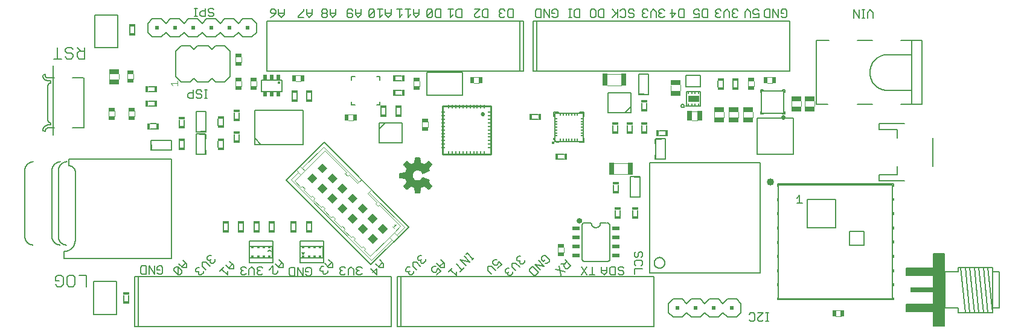
<source format=gto>
G75*
%MOIN*%
%OFA0B0*%
%FSLAX25Y25*%
%IPPOS*%
%LPD*%
%AMOC8*
5,1,8,0,0,1.08239X$1,22.5*
%
%ADD10C,0.00700*%
%ADD11C,0.00500*%
%ADD12C,0.00400*%
%ADD13R,0.01969X0.03740*%
%ADD14R,0.05709X0.02953*%
%ADD15R,0.02953X0.05709*%
%ADD16R,0.02953X0.06693*%
%ADD17C,0.00300*%
%ADD18C,0.00800*%
%ADD19R,0.02000X0.02000*%
%ADD20C,0.00600*%
%ADD21R,0.03400X0.01600*%
%ADD22R,0.01600X0.03400*%
%ADD23R,0.04050X0.02000*%
%ADD24R,0.04000X0.02000*%
%ADD25C,0.00010*%
%ADD26R,0.06299X0.03543*%
%ADD27R,0.00984X0.01181*%
%ADD28C,0.04000*%
%ADD29R,0.01575X0.00598*%
%ADD30R,0.00598X0.01575*%
%ADD31C,0.01649*%
%ADD32R,0.12500X0.02500*%
%ADD33R,0.03740X0.01969*%
%ADD34C,0.01000*%
%ADD35R,0.00984X0.01969*%
%ADD36R,0.01969X0.00984*%
%ADD37R,0.01969X0.02559*%
%ADD38R,0.01575X0.01181*%
%ADD39R,0.02500X0.01000*%
%ADD40C,0.00200*%
%ADD41R,0.03937X0.03937*%
%ADD42C,0.01200*%
%ADD43C,0.00591*%
D10*
X0019225Y0032345D02*
X0021327Y0032345D01*
X0022378Y0033396D01*
X0022378Y0037599D01*
X0021327Y0038650D01*
X0019225Y0038650D01*
X0018174Y0037599D01*
X0018174Y0035497D01*
X0020276Y0035497D01*
X0018174Y0033396D02*
X0019225Y0032345D01*
X0024620Y0033396D02*
X0025671Y0032345D01*
X0027772Y0032345D01*
X0028823Y0033396D01*
X0028823Y0037599D01*
X0027772Y0038650D01*
X0025671Y0038650D01*
X0024620Y0037599D01*
X0024620Y0033396D01*
X0035269Y0032345D02*
X0035269Y0038650D01*
X0031065Y0038650D01*
X0031116Y0158345D02*
X0030065Y0159396D01*
X0030065Y0161497D01*
X0031116Y0162548D01*
X0034269Y0162548D01*
X0034269Y0164650D02*
X0034269Y0158345D01*
X0031116Y0158345D01*
X0027823Y0159396D02*
X0027823Y0160446D01*
X0026772Y0161497D01*
X0024671Y0161497D01*
X0023620Y0162548D01*
X0023620Y0163599D01*
X0024671Y0164650D01*
X0026772Y0164650D01*
X0027823Y0163599D01*
X0030065Y0164650D02*
X0032167Y0162548D01*
X0027823Y0159396D02*
X0026772Y0158345D01*
X0024671Y0158345D01*
X0023620Y0159396D01*
X0021378Y0158345D02*
X0017174Y0158345D01*
X0019276Y0158345D02*
X0019276Y0164650D01*
D11*
X0039320Y0035055D02*
X0039320Y0016945D01*
X0051918Y0016945D01*
X0051918Y0035055D01*
X0039320Y0035055D01*
X0061776Y0037780D02*
X0063745Y0037780D01*
X0063745Y0010220D01*
X0203509Y0010220D01*
X0203509Y0037780D01*
X0063745Y0037780D01*
X0061776Y0037780D02*
X0061776Y0010220D01*
X0063745Y0010220D01*
X0065851Y0039218D02*
X0068103Y0039218D01*
X0068103Y0043722D01*
X0065851Y0043722D01*
X0065100Y0042972D01*
X0065100Y0039969D01*
X0065851Y0039218D01*
X0069704Y0039218D02*
X0069704Y0043722D01*
X0072707Y0039218D01*
X0072707Y0043722D01*
X0074308Y0042972D02*
X0074308Y0041470D01*
X0075809Y0041470D01*
X0074308Y0039969D02*
X0075059Y0039218D01*
X0076560Y0039218D01*
X0077311Y0039969D01*
X0077311Y0042972D01*
X0076560Y0043722D01*
X0075059Y0043722D01*
X0074308Y0042972D01*
X0083624Y0042152D02*
X0083624Y0041091D01*
X0085748Y0038967D01*
X0085748Y0043214D01*
X0084686Y0043214D01*
X0083624Y0042152D01*
X0085748Y0043214D02*
X0087871Y0041091D01*
X0087871Y0040029D01*
X0086809Y0038967D01*
X0085748Y0038967D01*
X0088472Y0042754D02*
X0086349Y0044877D01*
X0087941Y0043285D02*
X0090065Y0045408D01*
X0090595Y0044877D02*
X0090595Y0042754D01*
X0088472Y0042754D01*
X0090595Y0044877D02*
X0088472Y0047000D01*
X0082211Y0047882D02*
X0082211Y0103000D01*
X0025518Y0103000D01*
X0025518Y0099063D01*
X0024495Y0101425D02*
X0024360Y0101423D01*
X0024225Y0101417D01*
X0024091Y0101408D01*
X0023957Y0101394D01*
X0023823Y0101377D01*
X0023689Y0101356D01*
X0023557Y0101331D01*
X0023425Y0101302D01*
X0023294Y0101270D01*
X0023164Y0101234D01*
X0023035Y0101194D01*
X0022908Y0101150D01*
X0022781Y0101103D01*
X0022656Y0101052D01*
X0022533Y0100998D01*
X0022411Y0100940D01*
X0022290Y0100879D01*
X0022172Y0100814D01*
X0022056Y0100746D01*
X0021941Y0100675D01*
X0021829Y0100601D01*
X0021718Y0100523D01*
X0021610Y0100442D01*
X0021505Y0100358D01*
X0021401Y0100271D01*
X0021301Y0100181D01*
X0021203Y0100089D01*
X0021107Y0099993D01*
X0021015Y0099895D01*
X0020925Y0099795D01*
X0020838Y0099691D01*
X0020754Y0099586D01*
X0020673Y0099478D01*
X0020595Y0099367D01*
X0020521Y0099255D01*
X0020450Y0099140D01*
X0020382Y0099024D01*
X0020317Y0098906D01*
X0020256Y0098785D01*
X0020198Y0098663D01*
X0020144Y0098540D01*
X0020093Y0098415D01*
X0020046Y0098288D01*
X0020002Y0098161D01*
X0019962Y0098032D01*
X0019926Y0097902D01*
X0019894Y0097771D01*
X0019865Y0097639D01*
X0019840Y0097507D01*
X0019819Y0097373D01*
X0019802Y0097239D01*
X0019788Y0097105D01*
X0019779Y0096971D01*
X0019773Y0096836D01*
X0019771Y0096701D01*
X0019770Y0096701D02*
X0019770Y0060480D01*
X0016226Y0060481D02*
X0016217Y0060346D01*
X0016212Y0060210D01*
X0016210Y0060075D01*
X0016212Y0059940D01*
X0016218Y0059804D01*
X0016228Y0059669D01*
X0016242Y0059535D01*
X0016260Y0059400D01*
X0016282Y0059267D01*
X0016307Y0059134D01*
X0016336Y0059001D01*
X0016369Y0058870D01*
X0016405Y0058740D01*
X0016446Y0058611D01*
X0016490Y0058482D01*
X0016537Y0058356D01*
X0016589Y0058230D01*
X0016643Y0058107D01*
X0016702Y0057984D01*
X0016764Y0057864D01*
X0016829Y0057745D01*
X0016897Y0057628D01*
X0016969Y0057514D01*
X0017044Y0057401D01*
X0017123Y0057291D01*
X0017204Y0057182D01*
X0017288Y0057077D01*
X0017376Y0056973D01*
X0017466Y0056872D01*
X0017559Y0056774D01*
X0017655Y0056679D01*
X0017754Y0056586D01*
X0017855Y0056496D01*
X0017959Y0056409D01*
X0018065Y0056325D01*
X0018174Y0056244D01*
X0018285Y0056167D01*
X0018398Y0056092D01*
X0018513Y0056021D01*
X0018630Y0055953D01*
X0018749Y0055888D01*
X0018870Y0055827D01*
X0018992Y0055769D01*
X0019117Y0055715D01*
X0019242Y0055665D01*
X0019369Y0055618D01*
X0019497Y0055574D01*
X0019627Y0055535D01*
X0019757Y0055499D01*
X0019889Y0055466D01*
X0020021Y0055438D01*
X0020154Y0055413D01*
X0020288Y0055393D01*
X0020423Y0055376D01*
X0020557Y0055362D01*
X0022762Y0051819D02*
X0022919Y0051821D01*
X0023076Y0051827D01*
X0023233Y0051837D01*
X0023389Y0051850D01*
X0023545Y0051868D01*
X0023701Y0051889D01*
X0023856Y0051915D01*
X0024010Y0051944D01*
X0024164Y0051977D01*
X0024316Y0052014D01*
X0024468Y0052054D01*
X0024619Y0052099D01*
X0024768Y0052147D01*
X0024916Y0052199D01*
X0025063Y0052254D01*
X0025209Y0052314D01*
X0025353Y0052376D01*
X0025495Y0052443D01*
X0025636Y0052513D01*
X0025775Y0052586D01*
X0025912Y0052663D01*
X0026047Y0052743D01*
X0026179Y0052827D01*
X0026310Y0052914D01*
X0026439Y0053004D01*
X0026565Y0053097D01*
X0026689Y0053193D01*
X0026811Y0053293D01*
X0026930Y0053395D01*
X0027046Y0053501D01*
X0027160Y0053609D01*
X0027271Y0053720D01*
X0027379Y0053834D01*
X0027485Y0053950D01*
X0027587Y0054069D01*
X0027687Y0054191D01*
X0027783Y0054315D01*
X0027876Y0054441D01*
X0027966Y0054570D01*
X0028053Y0054701D01*
X0028137Y0054833D01*
X0028217Y0054969D01*
X0028294Y0055105D01*
X0028367Y0055244D01*
X0028437Y0055385D01*
X0028504Y0055527D01*
X0028566Y0055671D01*
X0028626Y0055817D01*
X0028681Y0055964D01*
X0028733Y0056112D01*
X0028781Y0056261D01*
X0028826Y0056412D01*
X0028866Y0056564D01*
X0028903Y0056716D01*
X0028936Y0056870D01*
X0028965Y0057024D01*
X0028991Y0057179D01*
X0029012Y0057335D01*
X0029030Y0057491D01*
X0029043Y0057647D01*
X0029053Y0057804D01*
X0029059Y0057961D01*
X0029061Y0058118D01*
X0029062Y0058118D02*
X0029062Y0096307D01*
X0029061Y0096307D02*
X0029046Y0096416D01*
X0029026Y0096525D01*
X0029003Y0096634D01*
X0028976Y0096741D01*
X0028945Y0096848D01*
X0028911Y0096953D01*
X0028873Y0097057D01*
X0028831Y0097160D01*
X0028786Y0097261D01*
X0028737Y0097360D01*
X0028685Y0097458D01*
X0028629Y0097554D01*
X0028570Y0097647D01*
X0028508Y0097739D01*
X0028443Y0097829D01*
X0028374Y0097916D01*
X0028303Y0098001D01*
X0028229Y0098083D01*
X0028151Y0098162D01*
X0028072Y0098239D01*
X0027989Y0098313D01*
X0027904Y0098384D01*
X0027817Y0098452D01*
X0027727Y0098517D01*
X0027635Y0098579D01*
X0027541Y0098637D01*
X0027445Y0098692D01*
X0027347Y0098744D01*
X0027247Y0098793D01*
X0027146Y0098837D01*
X0027043Y0098879D01*
X0026939Y0098916D01*
X0026833Y0098950D01*
X0026727Y0098981D01*
X0026619Y0099007D01*
X0026511Y0099030D01*
X0026402Y0099049D01*
X0026292Y0099064D01*
X0026182Y0099076D01*
X0026071Y0099083D01*
X0025960Y0099087D01*
X0025850Y0099086D01*
X0025739Y0099082D01*
X0025628Y0099074D01*
X0025518Y0099062D01*
X0020951Y0101425D02*
X0020816Y0101423D01*
X0020681Y0101417D01*
X0020547Y0101408D01*
X0020413Y0101394D01*
X0020279Y0101377D01*
X0020145Y0101356D01*
X0020013Y0101331D01*
X0019881Y0101302D01*
X0019750Y0101270D01*
X0019620Y0101234D01*
X0019491Y0101194D01*
X0019364Y0101150D01*
X0019237Y0101103D01*
X0019112Y0101052D01*
X0018989Y0100998D01*
X0018867Y0100940D01*
X0018746Y0100879D01*
X0018628Y0100814D01*
X0018512Y0100746D01*
X0018397Y0100675D01*
X0018285Y0100601D01*
X0018174Y0100523D01*
X0018066Y0100442D01*
X0017961Y0100358D01*
X0017857Y0100271D01*
X0017757Y0100181D01*
X0017659Y0100089D01*
X0017563Y0099993D01*
X0017471Y0099895D01*
X0017381Y0099795D01*
X0017294Y0099691D01*
X0017210Y0099586D01*
X0017129Y0099478D01*
X0017051Y0099367D01*
X0016977Y0099255D01*
X0016906Y0099140D01*
X0016838Y0099024D01*
X0016773Y0098906D01*
X0016712Y0098785D01*
X0016654Y0098663D01*
X0016600Y0098540D01*
X0016549Y0098415D01*
X0016502Y0098288D01*
X0016458Y0098161D01*
X0016418Y0098032D01*
X0016382Y0097902D01*
X0016350Y0097771D01*
X0016321Y0097639D01*
X0016296Y0097507D01*
X0016275Y0097373D01*
X0016258Y0097239D01*
X0016244Y0097105D01*
X0016235Y0096971D01*
X0016229Y0096836D01*
X0016227Y0096701D01*
X0016227Y0060480D01*
X0019770Y0060481D02*
X0019761Y0060346D01*
X0019756Y0060210D01*
X0019754Y0060075D01*
X0019756Y0059940D01*
X0019762Y0059804D01*
X0019772Y0059669D01*
X0019786Y0059535D01*
X0019804Y0059400D01*
X0019826Y0059267D01*
X0019851Y0059134D01*
X0019880Y0059001D01*
X0019913Y0058870D01*
X0019949Y0058740D01*
X0019990Y0058611D01*
X0020034Y0058482D01*
X0020081Y0058356D01*
X0020133Y0058230D01*
X0020187Y0058107D01*
X0020246Y0057984D01*
X0020308Y0057864D01*
X0020373Y0057745D01*
X0020441Y0057628D01*
X0020513Y0057514D01*
X0020588Y0057401D01*
X0020667Y0057291D01*
X0020748Y0057182D01*
X0020832Y0057077D01*
X0020920Y0056973D01*
X0021010Y0056872D01*
X0021103Y0056774D01*
X0021199Y0056679D01*
X0021298Y0056586D01*
X0021399Y0056496D01*
X0021503Y0056409D01*
X0021609Y0056325D01*
X0021718Y0056244D01*
X0021829Y0056167D01*
X0021942Y0056092D01*
X0022057Y0056021D01*
X0022174Y0055953D01*
X0022293Y0055888D01*
X0022414Y0055827D01*
X0022536Y0055769D01*
X0022661Y0055715D01*
X0022786Y0055665D01*
X0022913Y0055618D01*
X0023041Y0055574D01*
X0023171Y0055535D01*
X0023301Y0055499D01*
X0023433Y0055466D01*
X0023565Y0055438D01*
X0023698Y0055413D01*
X0023832Y0055393D01*
X0023967Y0055376D01*
X0024101Y0055362D01*
X0022762Y0051819D02*
X0022762Y0047882D01*
X0082211Y0047882D01*
X0095457Y0041985D02*
X0096519Y0043047D01*
X0097580Y0043047D01*
X0099244Y0043648D02*
X0101367Y0041525D01*
X0099704Y0040924D02*
X0099704Y0039862D01*
X0098642Y0038800D01*
X0097580Y0038800D01*
X0097050Y0039331D01*
X0097050Y0040393D01*
X0095988Y0040393D01*
X0095457Y0040924D01*
X0095457Y0041985D01*
X0097050Y0040393D02*
X0097580Y0040924D01*
X0099244Y0043648D02*
X0099244Y0045771D01*
X0101367Y0045771D01*
X0103490Y0043648D01*
X0104091Y0045311D02*
X0103561Y0045842D01*
X0103561Y0046904D01*
X0102499Y0046904D01*
X0101968Y0047434D01*
X0101968Y0048496D01*
X0103030Y0049558D01*
X0104091Y0049558D01*
X0104091Y0047434D02*
X0103561Y0046904D01*
X0104091Y0045311D02*
X0105153Y0045311D01*
X0106215Y0046373D01*
X0106215Y0047434D01*
X0112203Y0044200D02*
X0114326Y0042077D01*
X0116449Y0042077D01*
X0116449Y0044200D01*
X0114326Y0046323D01*
X0115918Y0044731D02*
X0113795Y0042608D01*
X0113193Y0040945D02*
X0113193Y0038821D01*
X0110009Y0042006D01*
X0111070Y0043068D02*
X0108947Y0040945D01*
X0120408Y0040372D02*
X0120408Y0039622D01*
X0121159Y0038871D01*
X0122660Y0038871D01*
X0123411Y0039622D01*
X0125012Y0038871D02*
X0125012Y0041874D01*
X0126514Y0043375D01*
X0128015Y0041874D01*
X0128015Y0038871D01*
X0129616Y0039622D02*
X0129616Y0040372D01*
X0130367Y0041123D01*
X0129616Y0041874D01*
X0129616Y0042624D01*
X0130367Y0043375D01*
X0131868Y0043375D01*
X0132619Y0042624D01*
X0131117Y0041123D02*
X0130367Y0041123D01*
X0129616Y0039622D02*
X0130367Y0038871D01*
X0131868Y0038871D01*
X0132619Y0039622D01*
X0136212Y0041710D02*
X0138336Y0043833D01*
X0138336Y0039587D01*
X0138866Y0039056D01*
X0139928Y0039056D01*
X0140989Y0040117D01*
X0140989Y0041179D01*
X0141591Y0042842D02*
X0139468Y0044965D01*
X0141060Y0043373D02*
X0143183Y0045496D01*
X0143714Y0044965D02*
X0143714Y0042842D01*
X0141591Y0042842D01*
X0143714Y0044965D02*
X0141591Y0047088D01*
X0147158Y0042124D02*
X0147158Y0039122D01*
X0147909Y0038371D01*
X0150161Y0038371D01*
X0150161Y0042875D01*
X0147909Y0042875D01*
X0147158Y0042124D01*
X0151762Y0042875D02*
X0151762Y0038371D01*
X0154765Y0038371D02*
X0151762Y0042875D01*
X0154765Y0042875D02*
X0154765Y0038371D01*
X0156366Y0039122D02*
X0157117Y0038371D01*
X0158618Y0038371D01*
X0159369Y0039122D01*
X0159369Y0042124D01*
X0158618Y0042875D01*
X0157117Y0042875D01*
X0156366Y0042124D01*
X0156366Y0040623D01*
X0157867Y0040623D01*
X0164183Y0041325D02*
X0164183Y0042387D01*
X0165244Y0043449D01*
X0166306Y0043449D01*
X0166907Y0045112D02*
X0169030Y0042989D01*
X0171153Y0042989D01*
X0171153Y0045112D01*
X0169030Y0047235D01*
X0170623Y0045642D02*
X0168500Y0043519D01*
X0168429Y0041325D02*
X0168429Y0040264D01*
X0167367Y0039202D01*
X0166306Y0039202D01*
X0165775Y0039733D01*
X0165775Y0040795D01*
X0164713Y0040795D01*
X0164183Y0041325D01*
X0165775Y0040795D02*
X0166306Y0041325D01*
X0175158Y0041874D02*
X0175158Y0042624D01*
X0175909Y0043375D01*
X0177410Y0043375D01*
X0178161Y0042624D01*
X0179762Y0041874D02*
X0179762Y0038871D01*
X0178161Y0039622D02*
X0177410Y0038871D01*
X0175909Y0038871D01*
X0175158Y0039622D01*
X0175158Y0040372D01*
X0175909Y0041123D01*
X0175158Y0041874D01*
X0175909Y0041123D02*
X0176660Y0041123D01*
X0179762Y0041874D02*
X0181264Y0043375D01*
X0182765Y0041874D01*
X0182765Y0038871D01*
X0184366Y0039622D02*
X0184366Y0040372D01*
X0185117Y0041123D01*
X0184366Y0041874D01*
X0184366Y0042624D01*
X0185117Y0043375D01*
X0186618Y0043375D01*
X0187369Y0042624D01*
X0185867Y0041123D02*
X0185117Y0041123D01*
X0184366Y0039622D02*
X0185117Y0038871D01*
X0186618Y0038871D01*
X0187369Y0039622D01*
X0193274Y0040087D02*
X0195398Y0042210D01*
X0195398Y0039026D01*
X0192213Y0042210D01*
X0194938Y0044935D02*
X0197061Y0042812D01*
X0199184Y0042812D01*
X0199184Y0044935D01*
X0197061Y0047058D01*
X0198653Y0045466D02*
X0196530Y0043343D01*
X0206776Y0037780D02*
X0208745Y0037780D01*
X0208745Y0010220D01*
X0348509Y0010220D01*
X0348509Y0037780D01*
X0208745Y0037780D01*
X0206776Y0037780D02*
X0206776Y0010220D01*
X0208745Y0010220D01*
X0213755Y0038858D02*
X0213224Y0039389D01*
X0213224Y0040451D01*
X0212162Y0040451D01*
X0211632Y0040982D01*
X0211632Y0042043D01*
X0212693Y0043105D01*
X0213755Y0043105D01*
X0215418Y0043706D02*
X0217541Y0041583D01*
X0215878Y0040982D02*
X0215878Y0039920D01*
X0214816Y0038858D01*
X0213755Y0038858D01*
X0213224Y0040451D02*
X0213755Y0040982D01*
X0215418Y0043706D02*
X0215418Y0045829D01*
X0217541Y0045829D01*
X0219664Y0043706D01*
X0220266Y0045369D02*
X0219735Y0045900D01*
X0219735Y0046962D01*
X0218673Y0046962D01*
X0218142Y0047493D01*
X0218142Y0048554D01*
X0219204Y0049616D01*
X0220266Y0049616D01*
X0220266Y0047493D02*
X0219735Y0046962D01*
X0220266Y0045369D02*
X0221327Y0045369D01*
X0222389Y0046431D01*
X0222389Y0047493D01*
X0228672Y0045170D02*
X0230796Y0043047D01*
X0232919Y0043047D01*
X0232919Y0045170D01*
X0230796Y0047293D01*
X0232388Y0045701D02*
X0230265Y0043577D01*
X0229132Y0042445D02*
X0228602Y0040853D01*
X0228071Y0040322D01*
X0227009Y0040322D01*
X0225948Y0041384D01*
X0225948Y0042445D01*
X0227009Y0043507D01*
X0228071Y0043507D01*
X0229132Y0042445D02*
X0230725Y0040853D01*
X0228602Y0038730D01*
X0235168Y0040549D02*
X0237291Y0042672D01*
X0236229Y0041611D02*
X0239414Y0038426D01*
X0239414Y0040549D01*
X0241608Y0040620D02*
X0243731Y0042743D01*
X0242670Y0041681D02*
X0239485Y0044866D01*
X0241679Y0047060D02*
X0244864Y0043875D01*
X0246987Y0045999D02*
X0241679Y0047060D01*
X0243802Y0049183D02*
X0246987Y0045999D01*
X0248095Y0047107D02*
X0249157Y0048169D01*
X0248626Y0047638D02*
X0245441Y0050823D01*
X0245972Y0051354D02*
X0244911Y0050292D01*
X0259615Y0046233D02*
X0259615Y0045172D01*
X0260676Y0044110D01*
X0261738Y0044110D01*
X0262269Y0044641D01*
X0262799Y0046233D01*
X0264392Y0044641D01*
X0262269Y0042518D01*
X0261136Y0041386D02*
X0259013Y0043509D01*
X0256890Y0043509D01*
X0256890Y0041386D01*
X0259013Y0039263D01*
X0266369Y0040512D02*
X0266900Y0039981D01*
X0267961Y0039981D01*
X0268492Y0040512D01*
X0267961Y0039981D02*
X0267961Y0038920D01*
X0268492Y0038389D01*
X0269554Y0038389D01*
X0270615Y0039450D01*
X0270615Y0040512D01*
X0272278Y0041113D02*
X0270155Y0043237D01*
X0270155Y0045360D01*
X0272278Y0045360D01*
X0274401Y0043237D01*
X0275003Y0044900D02*
X0274472Y0045431D01*
X0274472Y0046492D01*
X0273411Y0046492D01*
X0272880Y0047023D01*
X0272880Y0048084D01*
X0273941Y0049146D01*
X0275003Y0049146D01*
X0275003Y0047023D02*
X0274472Y0046492D01*
X0275003Y0044900D02*
X0276065Y0044900D01*
X0277126Y0045961D01*
X0277126Y0047023D01*
X0282710Y0044621D02*
X0285894Y0041437D01*
X0284762Y0040304D02*
X0283170Y0038712D01*
X0282108Y0038712D01*
X0279985Y0040835D01*
X0279985Y0041897D01*
X0281577Y0043489D01*
X0284762Y0040304D01*
X0288018Y0043560D02*
X0282710Y0044621D01*
X0284833Y0046745D02*
X0288018Y0043560D01*
X0288619Y0045223D02*
X0289681Y0045223D01*
X0290742Y0046285D01*
X0290742Y0047346D01*
X0288619Y0049469D01*
X0287558Y0049469D01*
X0286496Y0048408D01*
X0286496Y0047346D01*
X0287558Y0046285D01*
X0288619Y0047346D01*
X0296186Y0043891D02*
X0297248Y0038583D01*
X0299371Y0040706D02*
X0294063Y0041768D01*
X0298911Y0043431D02*
X0298911Y0044493D01*
X0300504Y0046085D01*
X0299442Y0047146D02*
X0302627Y0043962D01*
X0301034Y0042369D01*
X0299973Y0042369D01*
X0298911Y0043431D01*
X0299442Y0045023D02*
X0297319Y0045023D01*
X0308387Y0043375D02*
X0311390Y0038871D01*
X0312991Y0038871D02*
X0315994Y0038871D01*
X0314492Y0038871D02*
X0314492Y0043375D01*
X0311390Y0043375D02*
X0308387Y0038871D01*
X0319658Y0040372D02*
X0319658Y0043375D01*
X0319658Y0041123D02*
X0322661Y0041123D01*
X0322661Y0040372D02*
X0321160Y0038871D01*
X0319658Y0040372D01*
X0322661Y0040372D02*
X0322661Y0043375D01*
X0324262Y0042624D02*
X0324262Y0039622D01*
X0325013Y0038871D01*
X0327265Y0038871D01*
X0327265Y0043375D01*
X0325013Y0043375D01*
X0324262Y0042624D01*
X0328866Y0042624D02*
X0328866Y0041874D01*
X0329617Y0041123D01*
X0331118Y0041123D01*
X0331869Y0040372D01*
X0331869Y0039622D01*
X0331118Y0038871D01*
X0329617Y0038871D01*
X0328866Y0039622D01*
X0328866Y0042624D02*
X0329617Y0043375D01*
X0331118Y0043375D01*
X0331869Y0042624D01*
X0337744Y0042292D02*
X0337744Y0039290D01*
X0337744Y0042292D02*
X0342248Y0042292D01*
X0341497Y0043894D02*
X0342248Y0044644D01*
X0342248Y0046145D01*
X0341497Y0046896D01*
X0338494Y0046896D01*
X0337744Y0046145D01*
X0337744Y0044644D01*
X0338494Y0043894D01*
X0346119Y0040000D02*
X0407119Y0040000D01*
X0407119Y0101000D01*
X0346119Y0101000D01*
X0346119Y0040000D01*
X0348704Y0045500D02*
X0348706Y0045608D01*
X0348712Y0045715D01*
X0348722Y0045823D01*
X0348736Y0045929D01*
X0348754Y0046036D01*
X0348775Y0046141D01*
X0348801Y0046246D01*
X0348830Y0046349D01*
X0348864Y0046452D01*
X0348901Y0046553D01*
X0348942Y0046653D01*
X0348986Y0046751D01*
X0349034Y0046847D01*
X0349086Y0046942D01*
X0349141Y0047035D01*
X0349199Y0047125D01*
X0349261Y0047213D01*
X0349326Y0047299D01*
X0349394Y0047383D01*
X0349465Y0047464D01*
X0349539Y0047542D01*
X0349616Y0047618D01*
X0349695Y0047690D01*
X0349778Y0047760D01*
X0349862Y0047826D01*
X0349949Y0047890D01*
X0350039Y0047950D01*
X0350131Y0048006D01*
X0350224Y0048060D01*
X0350320Y0048109D01*
X0350417Y0048156D01*
X0350516Y0048198D01*
X0350616Y0048237D01*
X0350718Y0048272D01*
X0350821Y0048304D01*
X0350925Y0048331D01*
X0351031Y0048355D01*
X0351136Y0048375D01*
X0351243Y0048391D01*
X0351350Y0048403D01*
X0351457Y0048411D01*
X0351565Y0048415D01*
X0351673Y0048415D01*
X0351781Y0048411D01*
X0351888Y0048403D01*
X0351995Y0048391D01*
X0352102Y0048375D01*
X0352207Y0048355D01*
X0352313Y0048331D01*
X0352417Y0048304D01*
X0352520Y0048272D01*
X0352622Y0048237D01*
X0352722Y0048198D01*
X0352821Y0048156D01*
X0352918Y0048109D01*
X0353014Y0048060D01*
X0353107Y0048006D01*
X0353199Y0047950D01*
X0353289Y0047890D01*
X0353376Y0047826D01*
X0353460Y0047760D01*
X0353543Y0047690D01*
X0353622Y0047618D01*
X0353699Y0047542D01*
X0353773Y0047464D01*
X0353844Y0047383D01*
X0353912Y0047299D01*
X0353977Y0047213D01*
X0354039Y0047125D01*
X0354097Y0047035D01*
X0354152Y0046942D01*
X0354204Y0046847D01*
X0354252Y0046751D01*
X0354296Y0046653D01*
X0354337Y0046553D01*
X0354374Y0046452D01*
X0354408Y0046349D01*
X0354437Y0046246D01*
X0354463Y0046141D01*
X0354484Y0046036D01*
X0354502Y0045929D01*
X0354516Y0045823D01*
X0354526Y0045715D01*
X0354532Y0045608D01*
X0354534Y0045500D01*
X0354532Y0045392D01*
X0354526Y0045285D01*
X0354516Y0045177D01*
X0354502Y0045071D01*
X0354484Y0044964D01*
X0354463Y0044859D01*
X0354437Y0044754D01*
X0354408Y0044651D01*
X0354374Y0044548D01*
X0354337Y0044447D01*
X0354296Y0044347D01*
X0354252Y0044249D01*
X0354204Y0044153D01*
X0354152Y0044058D01*
X0354097Y0043965D01*
X0354039Y0043875D01*
X0353977Y0043787D01*
X0353912Y0043701D01*
X0353844Y0043617D01*
X0353773Y0043536D01*
X0353699Y0043458D01*
X0353622Y0043382D01*
X0353543Y0043310D01*
X0353460Y0043240D01*
X0353376Y0043174D01*
X0353289Y0043110D01*
X0353199Y0043050D01*
X0353107Y0042994D01*
X0353014Y0042940D01*
X0352918Y0042891D01*
X0352821Y0042844D01*
X0352722Y0042802D01*
X0352622Y0042763D01*
X0352520Y0042728D01*
X0352417Y0042696D01*
X0352313Y0042669D01*
X0352207Y0042645D01*
X0352102Y0042625D01*
X0351995Y0042609D01*
X0351888Y0042597D01*
X0351781Y0042589D01*
X0351673Y0042585D01*
X0351565Y0042585D01*
X0351457Y0042589D01*
X0351350Y0042597D01*
X0351243Y0042609D01*
X0351136Y0042625D01*
X0351031Y0042645D01*
X0350925Y0042669D01*
X0350821Y0042696D01*
X0350718Y0042728D01*
X0350616Y0042763D01*
X0350516Y0042802D01*
X0350417Y0042844D01*
X0350320Y0042891D01*
X0350224Y0042940D01*
X0350131Y0042994D01*
X0350039Y0043050D01*
X0349949Y0043110D01*
X0349862Y0043174D01*
X0349778Y0043240D01*
X0349695Y0043310D01*
X0349616Y0043382D01*
X0349539Y0043458D01*
X0349465Y0043536D01*
X0349394Y0043617D01*
X0349326Y0043701D01*
X0349261Y0043787D01*
X0349199Y0043875D01*
X0349141Y0043965D01*
X0349086Y0044058D01*
X0349034Y0044153D01*
X0348986Y0044249D01*
X0348942Y0044347D01*
X0348901Y0044447D01*
X0348864Y0044548D01*
X0348830Y0044651D01*
X0348801Y0044754D01*
X0348775Y0044859D01*
X0348754Y0044964D01*
X0348736Y0045071D01*
X0348722Y0045177D01*
X0348712Y0045285D01*
X0348706Y0045392D01*
X0348704Y0045500D01*
X0342248Y0049248D02*
X0342248Y0050749D01*
X0341497Y0051500D01*
X0340746Y0051500D01*
X0339996Y0050749D01*
X0339996Y0049248D01*
X0339245Y0048497D01*
X0338494Y0048497D01*
X0337744Y0049248D01*
X0337744Y0050749D01*
X0338494Y0051500D01*
X0341497Y0048497D02*
X0342248Y0049248D01*
X0268492Y0042635D02*
X0267431Y0042635D01*
X0266369Y0041573D01*
X0266369Y0040512D01*
X0261738Y0047295D02*
X0260676Y0047295D01*
X0259615Y0046233D01*
X0123411Y0042624D02*
X0122660Y0043375D01*
X0121159Y0043375D01*
X0120408Y0042624D01*
X0120408Y0041874D01*
X0121159Y0041123D01*
X0121910Y0041123D01*
X0121159Y0041123D02*
X0120408Y0040372D01*
X0005597Y0055362D02*
X0005463Y0055376D01*
X0005328Y0055393D01*
X0005194Y0055413D01*
X0005061Y0055438D01*
X0004929Y0055466D01*
X0004797Y0055499D01*
X0004667Y0055535D01*
X0004537Y0055574D01*
X0004409Y0055618D01*
X0004282Y0055665D01*
X0004157Y0055715D01*
X0004032Y0055769D01*
X0003910Y0055827D01*
X0003789Y0055888D01*
X0003670Y0055953D01*
X0003553Y0056021D01*
X0003438Y0056092D01*
X0003325Y0056167D01*
X0003214Y0056244D01*
X0003105Y0056325D01*
X0002999Y0056409D01*
X0002895Y0056496D01*
X0002794Y0056586D01*
X0002695Y0056679D01*
X0002599Y0056774D01*
X0002506Y0056872D01*
X0002416Y0056973D01*
X0002328Y0057077D01*
X0002244Y0057182D01*
X0002163Y0057291D01*
X0002084Y0057401D01*
X0002009Y0057514D01*
X0001937Y0057628D01*
X0001869Y0057745D01*
X0001804Y0057864D01*
X0001742Y0057984D01*
X0001683Y0058107D01*
X0001629Y0058230D01*
X0001577Y0058356D01*
X0001530Y0058482D01*
X0001486Y0058611D01*
X0001445Y0058740D01*
X0001409Y0058870D01*
X0001376Y0059001D01*
X0001347Y0059134D01*
X0001322Y0059267D01*
X0001300Y0059400D01*
X0001282Y0059535D01*
X0001268Y0059669D01*
X0001258Y0059804D01*
X0001252Y0059940D01*
X0001250Y0060075D01*
X0001252Y0060210D01*
X0001257Y0060346D01*
X0001266Y0060481D01*
X0001266Y0060480D02*
X0001266Y0096701D01*
X0001267Y0096701D02*
X0001269Y0096836D01*
X0001275Y0096971D01*
X0001284Y0097105D01*
X0001298Y0097239D01*
X0001315Y0097373D01*
X0001336Y0097507D01*
X0001361Y0097639D01*
X0001390Y0097771D01*
X0001422Y0097902D01*
X0001458Y0098032D01*
X0001498Y0098161D01*
X0001542Y0098288D01*
X0001589Y0098415D01*
X0001640Y0098540D01*
X0001694Y0098663D01*
X0001752Y0098785D01*
X0001813Y0098906D01*
X0001878Y0099024D01*
X0001946Y0099140D01*
X0002017Y0099255D01*
X0002091Y0099367D01*
X0002169Y0099478D01*
X0002250Y0099586D01*
X0002334Y0099691D01*
X0002421Y0099795D01*
X0002511Y0099895D01*
X0002603Y0099993D01*
X0002699Y0100089D01*
X0002797Y0100181D01*
X0002897Y0100271D01*
X0003001Y0100358D01*
X0003106Y0100442D01*
X0003214Y0100523D01*
X0003325Y0100601D01*
X0003437Y0100675D01*
X0003552Y0100746D01*
X0003668Y0100814D01*
X0003786Y0100879D01*
X0003907Y0100940D01*
X0004029Y0100998D01*
X0004152Y0101052D01*
X0004277Y0101103D01*
X0004404Y0101150D01*
X0004531Y0101194D01*
X0004660Y0101234D01*
X0004790Y0101270D01*
X0004921Y0101302D01*
X0005053Y0101331D01*
X0005185Y0101356D01*
X0005319Y0101377D01*
X0005453Y0101394D01*
X0005587Y0101408D01*
X0005721Y0101417D01*
X0005856Y0101423D01*
X0005991Y0101425D01*
X0016910Y0116283D02*
X0016910Y0154669D01*
X0012382Y0149748D02*
X0012384Y0149662D01*
X0012389Y0149576D01*
X0012399Y0149491D01*
X0012412Y0149406D01*
X0012429Y0149322D01*
X0012449Y0149238D01*
X0012473Y0149156D01*
X0012501Y0149075D01*
X0012532Y0148994D01*
X0012566Y0148916D01*
X0012604Y0148839D01*
X0012646Y0148764D01*
X0012690Y0148690D01*
X0012738Y0148619D01*
X0012789Y0148549D01*
X0012843Y0148482D01*
X0012899Y0148418D01*
X0012959Y0148356D01*
X0013021Y0148296D01*
X0013085Y0148240D01*
X0013152Y0148186D01*
X0013222Y0148135D01*
X0013293Y0148087D01*
X0013366Y0148043D01*
X0013442Y0148001D01*
X0013519Y0147963D01*
X0013597Y0147929D01*
X0013678Y0147898D01*
X0013759Y0147870D01*
X0013841Y0147846D01*
X0013925Y0147826D01*
X0014009Y0147809D01*
X0014094Y0147796D01*
X0014179Y0147786D01*
X0014265Y0147781D01*
X0014351Y0147779D01*
X0014351Y0147780D02*
X0014154Y0147780D01*
X0014351Y0147780D02*
X0017697Y0147780D01*
X0015532Y0146205D02*
X0015532Y0145024D01*
X0015532Y0146205D02*
X0014351Y0146205D01*
X0013957Y0143449D02*
X0013957Y0124551D01*
X0013959Y0124474D01*
X0013965Y0124397D01*
X0013974Y0124320D01*
X0013987Y0124244D01*
X0014004Y0124168D01*
X0014025Y0124094D01*
X0014049Y0124020D01*
X0014077Y0123948D01*
X0014108Y0123878D01*
X0014143Y0123809D01*
X0014181Y0123741D01*
X0014222Y0123676D01*
X0014267Y0123613D01*
X0014315Y0123552D01*
X0014365Y0123493D01*
X0014418Y0123437D01*
X0014474Y0123384D01*
X0014533Y0123334D01*
X0014594Y0123286D01*
X0014657Y0123241D01*
X0014722Y0123200D01*
X0014790Y0123162D01*
X0014859Y0123127D01*
X0014929Y0123096D01*
X0015001Y0123068D01*
X0015075Y0123044D01*
X0015149Y0123023D01*
X0015225Y0123006D01*
X0015301Y0122993D01*
X0015378Y0122984D01*
X0015455Y0122978D01*
X0015532Y0122976D01*
X0015532Y0121795D01*
X0014351Y0121795D01*
X0014351Y0120220D02*
X0014154Y0120220D01*
X0014351Y0120220D02*
X0017697Y0120220D01*
X0014351Y0121796D02*
X0014241Y0121794D01*
X0014131Y0121788D01*
X0014022Y0121779D01*
X0013913Y0121765D01*
X0013804Y0121748D01*
X0013696Y0121727D01*
X0013589Y0121702D01*
X0013483Y0121674D01*
X0013378Y0121642D01*
X0013274Y0121606D01*
X0013171Y0121567D01*
X0013070Y0121524D01*
X0012970Y0121477D01*
X0012872Y0121427D01*
X0012776Y0121374D01*
X0012682Y0121317D01*
X0012590Y0121257D01*
X0012499Y0121194D01*
X0012412Y0121128D01*
X0012326Y0121059D01*
X0012243Y0120987D01*
X0012163Y0120912D01*
X0012085Y0120834D01*
X0012010Y0120754D01*
X0011938Y0120671D01*
X0011869Y0120585D01*
X0011803Y0120498D01*
X0011740Y0120407D01*
X0011680Y0120315D01*
X0011623Y0120221D01*
X0011570Y0120125D01*
X0011520Y0120027D01*
X0011473Y0119927D01*
X0011430Y0119826D01*
X0011391Y0119723D01*
X0011355Y0119619D01*
X0011323Y0119514D01*
X0011295Y0119408D01*
X0011270Y0119301D01*
X0011249Y0119193D01*
X0011232Y0119084D01*
X0011218Y0118975D01*
X0011209Y0118866D01*
X0011203Y0118756D01*
X0011201Y0118646D01*
X0012383Y0118252D01*
X0012382Y0118252D02*
X0012384Y0118338D01*
X0012389Y0118424D01*
X0012399Y0118509D01*
X0012412Y0118594D01*
X0012429Y0118678D01*
X0012449Y0118762D01*
X0012473Y0118844D01*
X0012501Y0118925D01*
X0012532Y0119006D01*
X0012566Y0119084D01*
X0012604Y0119161D01*
X0012646Y0119237D01*
X0012690Y0119310D01*
X0012738Y0119381D01*
X0012789Y0119451D01*
X0012843Y0119518D01*
X0012899Y0119582D01*
X0012959Y0119644D01*
X0013021Y0119704D01*
X0013085Y0119760D01*
X0013152Y0119814D01*
X0013222Y0119865D01*
X0013293Y0119913D01*
X0013367Y0119957D01*
X0013442Y0119999D01*
X0013519Y0120037D01*
X0013597Y0120071D01*
X0013678Y0120102D01*
X0013759Y0120130D01*
X0013841Y0120154D01*
X0013925Y0120174D01*
X0014009Y0120191D01*
X0014094Y0120204D01*
X0014179Y0120214D01*
X0014265Y0120219D01*
X0014351Y0120221D01*
X0027540Y0120220D02*
X0033446Y0120220D01*
X0033839Y0120220D02*
X0033839Y0147780D01*
X0033446Y0147780D02*
X0027540Y0147780D01*
X0015532Y0145024D02*
X0015455Y0145022D01*
X0015378Y0145016D01*
X0015301Y0145007D01*
X0015225Y0144994D01*
X0015149Y0144977D01*
X0015075Y0144956D01*
X0015001Y0144932D01*
X0014929Y0144904D01*
X0014859Y0144873D01*
X0014790Y0144838D01*
X0014722Y0144800D01*
X0014657Y0144759D01*
X0014594Y0144714D01*
X0014533Y0144666D01*
X0014474Y0144616D01*
X0014418Y0144563D01*
X0014365Y0144507D01*
X0014315Y0144448D01*
X0014267Y0144387D01*
X0014222Y0144324D01*
X0014181Y0144259D01*
X0014143Y0144191D01*
X0014108Y0144122D01*
X0014077Y0144052D01*
X0014049Y0143980D01*
X0014025Y0143906D01*
X0014004Y0143832D01*
X0013987Y0143756D01*
X0013974Y0143680D01*
X0013965Y0143603D01*
X0013959Y0143526D01*
X0013957Y0143449D01*
X0014351Y0146204D02*
X0014241Y0146206D01*
X0014131Y0146212D01*
X0014022Y0146221D01*
X0013913Y0146235D01*
X0013804Y0146252D01*
X0013696Y0146273D01*
X0013589Y0146298D01*
X0013483Y0146326D01*
X0013378Y0146358D01*
X0013274Y0146394D01*
X0013171Y0146433D01*
X0013070Y0146476D01*
X0012970Y0146523D01*
X0012872Y0146573D01*
X0012776Y0146626D01*
X0012682Y0146683D01*
X0012590Y0146743D01*
X0012499Y0146806D01*
X0012412Y0146872D01*
X0012326Y0146941D01*
X0012243Y0147013D01*
X0012163Y0147088D01*
X0012085Y0147166D01*
X0012010Y0147246D01*
X0011938Y0147329D01*
X0011869Y0147415D01*
X0011803Y0147502D01*
X0011740Y0147593D01*
X0011680Y0147685D01*
X0011623Y0147779D01*
X0011570Y0147875D01*
X0011520Y0147973D01*
X0011473Y0148073D01*
X0011430Y0148174D01*
X0011391Y0148277D01*
X0011355Y0148381D01*
X0011323Y0148486D01*
X0011295Y0148592D01*
X0011270Y0148699D01*
X0011249Y0148807D01*
X0011232Y0148916D01*
X0011218Y0149025D01*
X0011209Y0149134D01*
X0011203Y0149244D01*
X0011201Y0149354D01*
X0012383Y0149748D01*
X0039820Y0164445D02*
X0052418Y0164445D01*
X0052418Y0182555D01*
X0039820Y0182555D01*
X0039820Y0164445D01*
X0084619Y0162500D02*
X0087619Y0165500D01*
X0092619Y0165500D01*
X0094619Y0163500D01*
X0096619Y0165500D01*
X0102619Y0165500D01*
X0104619Y0163500D01*
X0106619Y0165500D01*
X0111619Y0165500D01*
X0114619Y0162500D01*
X0114619Y0148500D01*
X0111619Y0145500D01*
X0106619Y0145500D01*
X0104619Y0147500D01*
X0102619Y0145500D01*
X0096619Y0145500D01*
X0094619Y0147500D01*
X0092619Y0145500D01*
X0087619Y0145500D01*
X0084619Y0148500D01*
X0084619Y0162500D01*
X0134729Y0151720D02*
X0274493Y0151720D01*
X0274493Y0179280D01*
X0134729Y0179280D01*
X0134729Y0151720D01*
X0101994Y0141125D02*
X0100492Y0141125D01*
X0101243Y0141125D02*
X0101243Y0136621D01*
X0101994Y0136621D02*
X0100492Y0136621D01*
X0098924Y0137372D02*
X0098924Y0138122D01*
X0098174Y0138873D01*
X0096673Y0138873D01*
X0095922Y0139624D01*
X0095922Y0140374D01*
X0096673Y0141125D01*
X0098174Y0141125D01*
X0098924Y0140374D01*
X0094321Y0139624D02*
X0092069Y0139624D01*
X0091318Y0138873D01*
X0091318Y0137372D01*
X0092069Y0136621D01*
X0094321Y0136621D01*
X0094321Y0141125D01*
X0095922Y0137372D02*
X0096673Y0136621D01*
X0098174Y0136621D01*
X0098924Y0137372D01*
X0181619Y0134720D02*
X0181619Y0132752D01*
X0183587Y0132752D01*
X0195398Y0132752D02*
X0197367Y0132752D01*
X0197367Y0134720D01*
X0223276Y0138201D02*
X0242961Y0138201D01*
X0242961Y0150799D01*
X0223276Y0150799D01*
X0223276Y0138201D01*
X0197367Y0146531D02*
X0197367Y0148500D01*
X0195398Y0148500D01*
X0183587Y0148500D02*
X0181619Y0148500D01*
X0181619Y0146531D01*
X0196820Y0123012D02*
X0209418Y0123012D01*
X0209418Y0111988D01*
X0196820Y0111988D01*
X0196820Y0119500D01*
X0200119Y0123000D01*
X0196820Y0123012D02*
X0196820Y0119500D01*
X0274493Y0151720D02*
X0276461Y0151720D01*
X0276461Y0179280D01*
X0274493Y0179280D01*
X0270744Y0181246D02*
X0268492Y0181246D01*
X0267741Y0181997D01*
X0267741Y0184999D01*
X0268492Y0185750D01*
X0270744Y0185750D01*
X0270744Y0181246D01*
X0266140Y0181997D02*
X0265389Y0181246D01*
X0263888Y0181246D01*
X0263137Y0181997D01*
X0263137Y0182747D01*
X0263888Y0183498D01*
X0263137Y0184249D01*
X0263137Y0184999D01*
X0263888Y0185750D01*
X0265389Y0185750D01*
X0266140Y0184999D01*
X0264639Y0183498D02*
X0263888Y0183498D01*
X0256994Y0181246D02*
X0256994Y0185750D01*
X0254742Y0185750D01*
X0253991Y0184999D01*
X0253991Y0181997D01*
X0254742Y0181246D01*
X0256994Y0181246D01*
X0252390Y0181997D02*
X0251639Y0181246D01*
X0250138Y0181246D01*
X0249387Y0181997D01*
X0249387Y0182747D01*
X0252390Y0185750D01*
X0249387Y0185750D01*
X0242369Y0185750D02*
X0240117Y0185750D01*
X0239366Y0184999D01*
X0239366Y0181997D01*
X0240117Y0181246D01*
X0242369Y0181246D01*
X0242369Y0185750D01*
X0237765Y0185750D02*
X0234762Y0185750D01*
X0236264Y0185750D02*
X0236264Y0181246D01*
X0237765Y0182747D01*
X0230869Y0181246D02*
X0228617Y0181246D01*
X0227866Y0181997D01*
X0227866Y0184999D01*
X0228617Y0185750D01*
X0230869Y0185750D01*
X0230869Y0181246D01*
X0226265Y0181997D02*
X0225514Y0181246D01*
X0224013Y0181246D01*
X0223262Y0181997D01*
X0226265Y0184999D01*
X0225514Y0185750D01*
X0224013Y0185750D01*
X0223262Y0184999D01*
X0223262Y0181997D01*
X0226265Y0181997D02*
X0226265Y0184999D01*
X0218869Y0185750D02*
X0218869Y0182747D01*
X0217367Y0181246D01*
X0215866Y0182747D01*
X0215866Y0185750D01*
X0214265Y0185750D02*
X0211262Y0185750D01*
X0212764Y0185750D02*
X0212764Y0181246D01*
X0214265Y0182747D01*
X0215866Y0183498D02*
X0218869Y0183498D01*
X0209661Y0182747D02*
X0208160Y0181246D01*
X0208160Y0185750D01*
X0209661Y0185750D02*
X0206658Y0185750D01*
X0203369Y0185750D02*
X0203369Y0182747D01*
X0201867Y0181246D01*
X0200366Y0182747D01*
X0200366Y0185750D01*
X0198765Y0185750D02*
X0195762Y0185750D01*
X0197264Y0185750D02*
X0197264Y0181246D01*
X0198765Y0182747D01*
X0200366Y0183498D02*
X0203369Y0183498D01*
X0194161Y0181997D02*
X0193410Y0181246D01*
X0191909Y0181246D01*
X0191158Y0181997D01*
X0194161Y0184999D01*
X0193410Y0185750D01*
X0191909Y0185750D01*
X0191158Y0184999D01*
X0191158Y0181997D01*
X0194161Y0181997D02*
X0194161Y0184999D01*
X0186744Y0185750D02*
X0186744Y0182747D01*
X0185242Y0181246D01*
X0183741Y0182747D01*
X0183741Y0185750D01*
X0182140Y0184999D02*
X0181389Y0185750D01*
X0179888Y0185750D01*
X0179137Y0184999D01*
X0179137Y0181997D01*
X0179888Y0181246D01*
X0181389Y0181246D01*
X0182140Y0181997D01*
X0182140Y0182747D01*
X0181389Y0183498D01*
X0179137Y0183498D01*
X0183741Y0183498D02*
X0186744Y0183498D01*
X0172869Y0183498D02*
X0169866Y0183498D01*
X0169866Y0182747D02*
X0169866Y0185750D01*
X0168265Y0184999D02*
X0168265Y0184249D01*
X0167514Y0183498D01*
X0166013Y0183498D01*
X0165262Y0184249D01*
X0165262Y0184999D01*
X0166013Y0185750D01*
X0167514Y0185750D01*
X0168265Y0184999D01*
X0167514Y0183498D02*
X0168265Y0182747D01*
X0168265Y0181997D01*
X0167514Y0181246D01*
X0166013Y0181246D01*
X0165262Y0181997D01*
X0165262Y0182747D01*
X0166013Y0183498D01*
X0169866Y0182747D02*
X0171367Y0181246D01*
X0172869Y0182747D01*
X0172869Y0185750D01*
X0159869Y0185750D02*
X0159869Y0182747D01*
X0158367Y0181246D01*
X0156866Y0182747D01*
X0156866Y0185750D01*
X0155265Y0185750D02*
X0155265Y0184999D01*
X0152262Y0181997D01*
X0152262Y0181246D01*
X0155265Y0181246D01*
X0156866Y0183498D02*
X0159869Y0183498D01*
X0144369Y0183498D02*
X0141366Y0183498D01*
X0141366Y0182747D02*
X0141366Y0185750D01*
X0139765Y0184999D02*
X0139014Y0185750D01*
X0137513Y0185750D01*
X0136762Y0184999D01*
X0136762Y0184249D01*
X0137513Y0183498D01*
X0139765Y0183498D01*
X0139765Y0184999D01*
X0139765Y0183498D02*
X0138264Y0181997D01*
X0136762Y0181246D01*
X0141366Y0182747D02*
X0142867Y0181246D01*
X0144369Y0182747D01*
X0144369Y0185750D01*
X0105619Y0185499D02*
X0104868Y0186250D01*
X0103367Y0186250D01*
X0102616Y0185499D01*
X0102616Y0184749D01*
X0103367Y0183998D01*
X0104868Y0183998D01*
X0105619Y0183247D01*
X0105619Y0182497D01*
X0104868Y0181746D01*
X0103367Y0181746D01*
X0102616Y0182497D01*
X0101015Y0181746D02*
X0098763Y0181746D01*
X0098012Y0182497D01*
X0098012Y0183998D01*
X0098763Y0184749D01*
X0101015Y0184749D01*
X0101015Y0186250D02*
X0101015Y0181746D01*
X0096411Y0181746D02*
X0094910Y0181746D01*
X0095660Y0181746D02*
X0095660Y0186250D01*
X0094910Y0186250D02*
X0096411Y0186250D01*
X0281776Y0179280D02*
X0281776Y0151720D01*
X0283745Y0151720D01*
X0283745Y0179280D01*
X0281776Y0179280D01*
X0283745Y0179280D02*
X0423509Y0179280D01*
X0423509Y0151720D01*
X0283745Y0151720D01*
X0323320Y0139512D02*
X0323320Y0128488D01*
X0335918Y0128488D01*
X0335918Y0132000D01*
X0332619Y0128500D01*
X0335918Y0132000D02*
X0335918Y0139512D01*
X0323320Y0139512D01*
X0309493Y0128374D02*
X0293745Y0128374D01*
X0293745Y0112626D01*
X0309493Y0112626D01*
X0309493Y0128374D01*
X0363583Y0132313D02*
X0363585Y0132372D01*
X0363591Y0132430D01*
X0363601Y0132488D01*
X0363614Y0132545D01*
X0363632Y0132602D01*
X0363653Y0132657D01*
X0363678Y0132710D01*
X0363706Y0132761D01*
X0363737Y0132811D01*
X0363772Y0132858D01*
X0363810Y0132903D01*
X0363851Y0132946D01*
X0363895Y0132985D01*
X0363941Y0133021D01*
X0363989Y0133055D01*
X0364040Y0133085D01*
X0364093Y0133111D01*
X0364147Y0133134D01*
X0364202Y0133153D01*
X0364259Y0133169D01*
X0364317Y0133181D01*
X0364375Y0133189D01*
X0364434Y0133193D01*
X0364492Y0133193D01*
X0364551Y0133189D01*
X0364609Y0133181D01*
X0364667Y0133169D01*
X0364724Y0133153D01*
X0364779Y0133134D01*
X0364833Y0133111D01*
X0364886Y0133085D01*
X0364937Y0133055D01*
X0364985Y0133021D01*
X0365031Y0132985D01*
X0365075Y0132946D01*
X0365116Y0132903D01*
X0365154Y0132858D01*
X0365189Y0132811D01*
X0365220Y0132761D01*
X0365248Y0132710D01*
X0365273Y0132657D01*
X0365294Y0132602D01*
X0365312Y0132545D01*
X0365325Y0132488D01*
X0365335Y0132430D01*
X0365341Y0132372D01*
X0365343Y0132313D01*
X0365341Y0132254D01*
X0365335Y0132196D01*
X0365325Y0132138D01*
X0365312Y0132081D01*
X0365294Y0132024D01*
X0365273Y0131969D01*
X0365248Y0131916D01*
X0365220Y0131865D01*
X0365189Y0131815D01*
X0365154Y0131768D01*
X0365116Y0131723D01*
X0365075Y0131680D01*
X0365031Y0131641D01*
X0364985Y0131605D01*
X0364937Y0131571D01*
X0364886Y0131541D01*
X0364833Y0131515D01*
X0364779Y0131492D01*
X0364724Y0131473D01*
X0364667Y0131457D01*
X0364609Y0131445D01*
X0364551Y0131437D01*
X0364492Y0131433D01*
X0364434Y0131433D01*
X0364375Y0131437D01*
X0364317Y0131445D01*
X0364259Y0131457D01*
X0364202Y0131473D01*
X0364147Y0131492D01*
X0364093Y0131515D01*
X0364040Y0131541D01*
X0363989Y0131571D01*
X0363941Y0131605D01*
X0363895Y0131641D01*
X0363851Y0131680D01*
X0363810Y0131723D01*
X0363772Y0131768D01*
X0363737Y0131815D01*
X0363706Y0131865D01*
X0363678Y0131916D01*
X0363653Y0131969D01*
X0363632Y0132024D01*
X0363614Y0132081D01*
X0363601Y0132138D01*
X0363591Y0132196D01*
X0363585Y0132254D01*
X0363583Y0132313D01*
X0366235Y0132313D02*
X0366237Y0132340D01*
X0366243Y0132367D01*
X0366252Y0132393D01*
X0366265Y0132417D01*
X0366281Y0132440D01*
X0366300Y0132459D01*
X0366322Y0132476D01*
X0366346Y0132490D01*
X0366371Y0132500D01*
X0366398Y0132507D01*
X0366425Y0132510D01*
X0366453Y0132509D01*
X0366480Y0132504D01*
X0366506Y0132496D01*
X0366530Y0132484D01*
X0366553Y0132468D01*
X0366574Y0132450D01*
X0366591Y0132429D01*
X0366606Y0132405D01*
X0366617Y0132380D01*
X0366625Y0132354D01*
X0366629Y0132327D01*
X0366629Y0132299D01*
X0366625Y0132272D01*
X0366617Y0132246D01*
X0366606Y0132221D01*
X0366591Y0132197D01*
X0366574Y0132176D01*
X0366553Y0132158D01*
X0366531Y0132142D01*
X0366506Y0132130D01*
X0366480Y0132122D01*
X0366453Y0132117D01*
X0366425Y0132116D01*
X0366398Y0132119D01*
X0366371Y0132126D01*
X0366346Y0132136D01*
X0366322Y0132150D01*
X0366300Y0132167D01*
X0366281Y0132186D01*
X0366265Y0132209D01*
X0366252Y0132233D01*
X0366243Y0132259D01*
X0366237Y0132286D01*
X0366235Y0132313D01*
X0366432Y0132313D02*
X0366432Y0140187D01*
X0374306Y0140187D01*
X0374306Y0132313D01*
X0366432Y0132313D01*
X0366432Y0140187D01*
X0366182Y0142850D02*
X0374056Y0142850D01*
X0374056Y0149150D01*
X0366182Y0149150D01*
X0366182Y0142850D01*
X0374306Y0140187D02*
X0374306Y0132313D01*
X0405619Y0125500D02*
X0405619Y0105500D01*
X0425619Y0105500D01*
X0425619Y0125500D01*
X0405619Y0125500D01*
X0407524Y0127906D02*
X0408843Y0127906D01*
X0407918Y0128299D02*
X0420320Y0128299D01*
X0420320Y0140701D01*
X0407918Y0140701D01*
X0407918Y0128299D01*
X0407524Y0127906D02*
X0407524Y0129224D01*
X0419394Y0127906D02*
X0420713Y0127906D01*
X0420713Y0129224D01*
X0420713Y0139776D02*
X0420713Y0141094D01*
X0419394Y0141094D01*
X0408843Y0141094D02*
X0407524Y0141094D01*
X0407524Y0139776D01*
X0406369Y0181246D02*
X0403366Y0181246D01*
X0401765Y0181246D02*
X0401765Y0184249D01*
X0400264Y0185750D01*
X0398762Y0184249D01*
X0398762Y0181246D01*
X0394869Y0181997D02*
X0394118Y0181246D01*
X0392617Y0181246D01*
X0391866Y0181997D01*
X0391866Y0182747D01*
X0392617Y0183498D01*
X0391866Y0184249D01*
X0391866Y0184999D01*
X0392617Y0185750D01*
X0394118Y0185750D01*
X0394869Y0184999D01*
X0393367Y0183498D02*
X0392617Y0183498D01*
X0390265Y0184249D02*
X0388764Y0185750D01*
X0387262Y0184249D01*
X0387262Y0181246D01*
X0385661Y0181997D02*
X0384910Y0181246D01*
X0383409Y0181246D01*
X0382658Y0181997D01*
X0382658Y0182747D01*
X0383409Y0183498D01*
X0382658Y0184249D01*
X0382658Y0184999D01*
X0383409Y0185750D01*
X0384910Y0185750D01*
X0385661Y0184999D01*
X0384160Y0183498D02*
X0383409Y0183498D01*
X0378244Y0181246D02*
X0378244Y0185750D01*
X0375992Y0185750D01*
X0375241Y0184999D01*
X0375241Y0181997D01*
X0375992Y0181246D01*
X0378244Y0181246D01*
X0373640Y0181246D02*
X0373640Y0183498D01*
X0372139Y0182747D01*
X0371388Y0182747D01*
X0370637Y0183498D01*
X0370637Y0184999D01*
X0371388Y0185750D01*
X0372889Y0185750D01*
X0373640Y0184999D01*
X0373640Y0181246D02*
X0370637Y0181246D01*
X0365244Y0181246D02*
X0362992Y0181246D01*
X0362241Y0181997D01*
X0362241Y0184999D01*
X0362992Y0185750D01*
X0365244Y0185750D01*
X0365244Y0181246D01*
X0360640Y0183498D02*
X0358388Y0181246D01*
X0358388Y0185750D01*
X0357637Y0183498D02*
X0360640Y0183498D01*
X0354369Y0181997D02*
X0353618Y0181246D01*
X0352117Y0181246D01*
X0351366Y0181997D01*
X0351366Y0182747D01*
X0352117Y0183498D01*
X0351366Y0184249D01*
X0351366Y0184999D01*
X0352117Y0185750D01*
X0353618Y0185750D01*
X0354369Y0184999D01*
X0352867Y0183498D02*
X0352117Y0183498D01*
X0349765Y0184249D02*
X0348264Y0185750D01*
X0346762Y0184249D01*
X0346762Y0181246D01*
X0345161Y0181997D02*
X0344410Y0181246D01*
X0342909Y0181246D01*
X0342158Y0181997D01*
X0342158Y0182747D01*
X0342909Y0183498D01*
X0342158Y0184249D01*
X0342158Y0184999D01*
X0342909Y0185750D01*
X0344410Y0185750D01*
X0345161Y0184999D01*
X0343660Y0183498D02*
X0342909Y0183498D01*
X0337619Y0182747D02*
X0336868Y0183498D01*
X0335367Y0183498D01*
X0334616Y0184249D01*
X0334616Y0184999D01*
X0335367Y0185750D01*
X0336868Y0185750D01*
X0337619Y0184999D01*
X0337619Y0182747D02*
X0337619Y0181997D01*
X0336868Y0181246D01*
X0335367Y0181246D01*
X0334616Y0181997D01*
X0333015Y0181997D02*
X0333015Y0184999D01*
X0332264Y0185750D01*
X0330763Y0185750D01*
X0330012Y0184999D01*
X0328411Y0184249D02*
X0325408Y0181246D01*
X0328411Y0181246D02*
X0328411Y0185750D01*
X0327660Y0183498D02*
X0325408Y0185750D01*
X0320994Y0185750D02*
X0318742Y0185750D01*
X0317991Y0184999D01*
X0317991Y0181997D01*
X0318742Y0181246D01*
X0320994Y0181246D01*
X0320994Y0185750D01*
X0316390Y0184999D02*
X0315639Y0185750D01*
X0314138Y0185750D01*
X0313387Y0184999D01*
X0313387Y0181997D01*
X0314138Y0181246D01*
X0315639Y0181246D01*
X0316390Y0181997D01*
X0316390Y0184999D01*
X0307681Y0185750D02*
X0307681Y0181246D01*
X0305429Y0181246D01*
X0304679Y0181997D01*
X0304679Y0184999D01*
X0305429Y0185750D01*
X0307681Y0185750D01*
X0303077Y0185750D02*
X0301576Y0185750D01*
X0302327Y0185750D02*
X0302327Y0181246D01*
X0303077Y0181246D02*
X0301576Y0181246D01*
X0295369Y0181997D02*
X0295369Y0184999D01*
X0294618Y0185750D01*
X0293117Y0185750D01*
X0292366Y0184999D01*
X0292366Y0183498D01*
X0293867Y0183498D01*
X0292366Y0181997D02*
X0293117Y0181246D01*
X0294618Y0181246D01*
X0295369Y0181997D01*
X0290765Y0181246D02*
X0287762Y0185750D01*
X0287762Y0181246D01*
X0286161Y0181246D02*
X0283909Y0181246D01*
X0283158Y0181997D01*
X0283158Y0184999D01*
X0283909Y0185750D01*
X0286161Y0185750D01*
X0286161Y0181246D01*
X0290765Y0181246D02*
X0290765Y0185750D01*
X0330012Y0181997D02*
X0330763Y0181246D01*
X0332264Y0181246D01*
X0333015Y0181997D01*
X0349765Y0181246D02*
X0349765Y0184249D01*
X0390265Y0184249D02*
X0390265Y0181246D01*
X0403366Y0183498D02*
X0403366Y0184999D01*
X0404117Y0185750D01*
X0405618Y0185750D01*
X0406369Y0184999D01*
X0406369Y0183498D02*
X0404867Y0182747D01*
X0404117Y0182747D01*
X0403366Y0183498D01*
X0406369Y0183498D02*
X0406369Y0181246D01*
X0409658Y0181997D02*
X0410409Y0181246D01*
X0412661Y0181246D01*
X0412661Y0185750D01*
X0410409Y0185750D01*
X0409658Y0184999D01*
X0409658Y0181997D01*
X0414262Y0181246D02*
X0414262Y0185750D01*
X0417265Y0181246D01*
X0417265Y0185750D01*
X0418866Y0184999D02*
X0419617Y0185750D01*
X0421118Y0185750D01*
X0421869Y0184999D01*
X0421869Y0181997D01*
X0421118Y0181246D01*
X0419617Y0181246D01*
X0418866Y0181997D01*
X0418866Y0183498D02*
X0420367Y0183498D01*
X0418866Y0183498D02*
X0418866Y0184999D01*
X0458818Y0185500D02*
X0458818Y0180996D01*
X0461821Y0180996D02*
X0458818Y0185500D01*
X0461821Y0185500D02*
X0461821Y0180996D01*
X0463389Y0180996D02*
X0464890Y0180996D01*
X0464139Y0180996D02*
X0464139Y0185500D01*
X0463389Y0185500D02*
X0464890Y0185500D01*
X0466491Y0183999D02*
X0467992Y0185500D01*
X0469494Y0183999D01*
X0469494Y0180996D01*
X0466491Y0180996D02*
X0466491Y0183999D01*
X0480302Y0088559D02*
X0417310Y0088559D01*
X0417310Y0025566D01*
X0480302Y0025566D01*
X0480302Y0088559D01*
X0502869Y0050500D02*
X0508869Y0050500D01*
X0508869Y0010500D01*
X0502869Y0010500D01*
X0502869Y0050500D01*
X0502869Y0050378D02*
X0508869Y0050378D01*
X0508869Y0049879D02*
X0502869Y0049879D01*
X0502869Y0049381D02*
X0508869Y0049381D01*
X0508869Y0048882D02*
X0502869Y0048882D01*
X0502869Y0048384D02*
X0508869Y0048384D01*
X0508869Y0047885D02*
X0502869Y0047885D01*
X0502869Y0047387D02*
X0508869Y0047387D01*
X0508869Y0046888D02*
X0502869Y0046888D01*
X0502869Y0046390D02*
X0508869Y0046390D01*
X0508869Y0045891D02*
X0502869Y0045891D01*
X0502869Y0045393D02*
X0508869Y0045393D01*
X0508869Y0044894D02*
X0502869Y0044894D01*
X0502869Y0044396D02*
X0508869Y0044396D01*
X0508869Y0043897D02*
X0502869Y0043897D01*
X0502869Y0043399D02*
X0508869Y0043399D01*
X0508869Y0042900D02*
X0502869Y0042900D01*
X0502869Y0042402D02*
X0508869Y0042402D01*
X0487869Y0042402D01*
X0487869Y0042500D02*
X0508869Y0042500D01*
X0508869Y0018500D01*
X0487869Y0018500D01*
X0487869Y0022500D01*
X0502869Y0022500D01*
X0502869Y0038500D01*
X0487869Y0038500D01*
X0487869Y0042500D01*
X0487869Y0041903D02*
X0508869Y0041903D01*
X0502869Y0041903D01*
X0502869Y0041405D02*
X0508869Y0041405D01*
X0487869Y0041405D01*
X0487869Y0040906D02*
X0508869Y0040906D01*
X0502869Y0040906D01*
X0502869Y0040408D02*
X0508869Y0040408D01*
X0487869Y0040408D01*
X0487869Y0039909D02*
X0508869Y0039909D01*
X0502869Y0039909D01*
X0502869Y0039411D02*
X0508869Y0039411D01*
X0487869Y0039411D01*
X0487869Y0038912D02*
X0508869Y0038912D01*
X0502869Y0038912D01*
X0502869Y0038414D02*
X0508869Y0038414D01*
X0502869Y0038414D01*
X0502869Y0037915D02*
X0508869Y0037915D01*
X0502869Y0037915D01*
X0502869Y0037417D02*
X0508869Y0037417D01*
X0502869Y0037417D01*
X0502869Y0036918D02*
X0508869Y0036918D01*
X0502869Y0036918D01*
X0502869Y0036420D02*
X0508869Y0036420D01*
X0502869Y0036420D01*
X0502869Y0035921D02*
X0508869Y0035921D01*
X0502869Y0035921D01*
X0502869Y0035423D02*
X0508869Y0035423D01*
X0502869Y0035423D01*
X0502869Y0034924D02*
X0508869Y0034924D01*
X0502869Y0034924D01*
X0502869Y0034426D02*
X0508869Y0034426D01*
X0502869Y0034426D01*
X0502869Y0033927D02*
X0508869Y0033927D01*
X0502869Y0033927D01*
X0502869Y0033429D02*
X0508869Y0033429D01*
X0502869Y0033429D01*
X0502869Y0032930D02*
X0508869Y0032930D01*
X0502869Y0032930D01*
X0502869Y0032432D02*
X0508869Y0032432D01*
X0502869Y0032432D01*
X0502869Y0031933D02*
X0508869Y0031933D01*
X0502869Y0031933D01*
X0502869Y0031434D02*
X0508869Y0031434D01*
X0502869Y0031434D01*
X0502869Y0030936D02*
X0508869Y0030936D01*
X0502869Y0030936D01*
X0502869Y0030437D02*
X0508869Y0030437D01*
X0502869Y0030437D01*
X0502869Y0029939D02*
X0508869Y0029939D01*
X0502869Y0029939D01*
X0502869Y0029440D02*
X0508869Y0029440D01*
X0502869Y0029440D01*
X0502869Y0028942D02*
X0508869Y0028942D01*
X0502869Y0028942D01*
X0502869Y0028443D02*
X0508869Y0028443D01*
X0502869Y0028443D01*
X0502869Y0027945D02*
X0508869Y0027945D01*
X0502869Y0027945D01*
X0502869Y0027446D02*
X0508869Y0027446D01*
X0502869Y0027446D01*
X0502869Y0026948D02*
X0508869Y0026948D01*
X0502869Y0026948D01*
X0502869Y0026449D02*
X0508869Y0026449D01*
X0502869Y0026449D01*
X0502869Y0025951D02*
X0508869Y0025951D01*
X0502869Y0025951D01*
X0502869Y0025452D02*
X0508869Y0025452D01*
X0502869Y0025452D01*
X0502869Y0024954D02*
X0508869Y0024954D01*
X0502869Y0024954D01*
X0502869Y0024455D02*
X0508869Y0024455D01*
X0502869Y0024455D01*
X0502869Y0023957D02*
X0508869Y0023957D01*
X0502869Y0023957D01*
X0502869Y0023458D02*
X0508869Y0023458D01*
X0502869Y0023458D01*
X0502869Y0022960D02*
X0508869Y0022960D01*
X0502869Y0022960D01*
X0502869Y0022461D02*
X0508869Y0022461D01*
X0487869Y0022461D01*
X0487869Y0021963D02*
X0508869Y0021963D01*
X0502869Y0021963D01*
X0502869Y0021464D02*
X0508869Y0021464D01*
X0487869Y0021464D01*
X0487869Y0020966D02*
X0508869Y0020966D01*
X0502869Y0020966D01*
X0502869Y0020467D02*
X0508869Y0020467D01*
X0487869Y0020467D01*
X0487869Y0019969D02*
X0508869Y0019969D01*
X0502869Y0019969D01*
X0502869Y0019470D02*
X0508869Y0019470D01*
X0487869Y0019470D01*
X0487869Y0018972D02*
X0508869Y0018972D01*
X0502869Y0018972D01*
X0502869Y0018473D02*
X0508869Y0018473D01*
X0508869Y0017975D02*
X0502869Y0017975D01*
X0502869Y0017476D02*
X0508869Y0017476D01*
X0508869Y0016978D02*
X0502869Y0016978D01*
X0502869Y0016479D02*
X0508869Y0016479D01*
X0508869Y0015981D02*
X0502869Y0015981D01*
X0502869Y0015482D02*
X0508869Y0015482D01*
X0508869Y0014984D02*
X0502869Y0014984D01*
X0502869Y0014485D02*
X0508869Y0014485D01*
X0508869Y0013987D02*
X0502869Y0013987D01*
X0502869Y0013488D02*
X0508869Y0013488D01*
X0508869Y0012990D02*
X0502869Y0012990D01*
X0502869Y0012491D02*
X0508869Y0012491D01*
X0508869Y0011993D02*
X0502869Y0011993D01*
X0502869Y0011494D02*
X0508869Y0011494D01*
X0508869Y0010996D02*
X0502869Y0010996D01*
X0411869Y0013246D02*
X0410367Y0013246D01*
X0411118Y0013246D02*
X0411118Y0017750D01*
X0411869Y0017750D02*
X0410367Y0017750D01*
X0408799Y0017750D02*
X0405797Y0014747D01*
X0405797Y0013997D01*
X0406548Y0013246D01*
X0408049Y0013246D01*
X0408799Y0013997D01*
X0404196Y0013997D02*
X0403445Y0013246D01*
X0401944Y0013246D01*
X0401193Y0013997D01*
X0401193Y0016999D02*
X0401944Y0017750D01*
X0403445Y0017750D01*
X0404196Y0016999D01*
X0404196Y0013997D01*
X0405797Y0017750D02*
X0408799Y0017750D01*
D12*
X0448967Y0019076D02*
X0451770Y0019076D01*
X0451770Y0015725D02*
X0448967Y0015725D01*
X0298820Y0051098D02*
X0298820Y0053902D01*
X0295469Y0053902D02*
X0295469Y0051098D01*
X0326570Y0094402D02*
X0334168Y0094402D01*
X0334168Y0100598D02*
X0326570Y0100598D01*
X0369619Y0124152D02*
X0372619Y0124152D01*
X0372520Y0129348D02*
X0369619Y0129348D01*
X0382020Y0128902D02*
X0382020Y0126000D01*
X0387217Y0126000D02*
X0387217Y0129000D01*
X0390020Y0128902D02*
X0390020Y0126000D01*
X0395217Y0126000D02*
X0395217Y0129000D01*
X0398020Y0128902D02*
X0398020Y0126000D01*
X0403217Y0126000D02*
X0403217Y0129000D01*
X0424520Y0132000D02*
X0424520Y0135000D01*
X0429717Y0135000D02*
X0429717Y0132098D01*
X0432020Y0132000D02*
X0432020Y0135000D01*
X0437217Y0135000D02*
X0437217Y0132098D01*
X0414020Y0144850D02*
X0411217Y0144850D01*
X0411217Y0148201D02*
X0414020Y0148201D01*
X0403768Y0145902D02*
X0403768Y0143098D01*
X0400418Y0143098D02*
X0400418Y0145902D01*
X0363217Y0143750D02*
X0363217Y0140750D01*
X0358020Y0140750D02*
X0358020Y0143652D01*
X0330418Y0143652D02*
X0322820Y0143652D01*
X0322820Y0149848D02*
X0330418Y0149848D01*
X0252020Y0148150D02*
X0249217Y0148150D01*
X0249217Y0144799D02*
X0252020Y0144799D01*
X0219320Y0145902D02*
X0219320Y0143098D01*
X0215969Y0143098D02*
X0215969Y0145902D01*
X0182520Y0127701D02*
X0179717Y0127701D01*
X0179717Y0124350D02*
X0182520Y0124350D01*
X0220469Y0123402D02*
X0220469Y0120598D01*
X0223820Y0120598D02*
X0223820Y0123402D01*
X0153520Y0145850D02*
X0150717Y0145850D01*
X0150717Y0149201D02*
X0153520Y0149201D01*
X0129268Y0145902D02*
X0129268Y0143098D01*
X0125918Y0143098D02*
X0125918Y0145902D01*
X0120768Y0145902D02*
X0120768Y0143098D01*
X0117418Y0143098D02*
X0117418Y0145902D01*
X0117668Y0156473D02*
X0117668Y0159277D01*
X0121018Y0159277D02*
X0121018Y0156473D01*
X0061268Y0149902D02*
X0061268Y0147098D01*
X0057918Y0147098D02*
X0057918Y0149902D01*
X0053217Y0150000D02*
X0053217Y0147098D01*
X0048020Y0147000D02*
X0048020Y0150000D01*
X0047418Y0129402D02*
X0047418Y0126598D01*
X0050768Y0126598D02*
X0050768Y0129402D01*
X0058418Y0129402D02*
X0058418Y0126598D01*
X0061768Y0126598D02*
X0061768Y0129402D01*
D13*
X0149803Y0147520D03*
X0154403Y0147520D03*
X0178803Y0126020D03*
X0183403Y0126020D03*
X0248334Y0146480D03*
X0252934Y0146480D03*
X0410303Y0146520D03*
X0414903Y0146520D03*
X0448053Y0017395D03*
X0452653Y0017395D03*
D14*
X0400623Y0124623D03*
X0392623Y0124623D03*
X0384623Y0124623D03*
X0384623Y0130323D03*
X0392623Y0130323D03*
X0400623Y0130323D03*
X0427114Y0130677D03*
X0434614Y0130677D03*
X0434614Y0136377D03*
X0427114Y0136377D03*
X0360623Y0139373D03*
X0360623Y0145073D03*
X0050614Y0145677D03*
X0050614Y0151377D03*
D15*
X0368242Y0126745D03*
X0373942Y0126745D03*
D16*
X0331842Y0146754D03*
X0321395Y0146746D03*
X0325145Y0097496D03*
X0335592Y0097504D03*
D17*
X0085469Y0143650D02*
X0085469Y0146119D01*
X0085469Y0144884D02*
X0081766Y0144884D01*
X0083000Y0143650D01*
D18*
X0098100Y0129137D02*
X0101250Y0129137D01*
X0101250Y0126775D01*
X0101250Y0120475D02*
X0101250Y0118113D01*
X0098100Y0118113D01*
X0097975Y0116637D02*
X0101125Y0116637D01*
X0101125Y0114275D01*
X0101125Y0107975D02*
X0101125Y0105613D01*
X0097975Y0105613D01*
X0082131Y0107744D02*
X0082131Y0110894D01*
X0082131Y0107744D02*
X0079768Y0107744D01*
X0073469Y0107744D02*
X0071107Y0107744D01*
X0071107Y0110894D01*
X0128233Y0111051D02*
X0131619Y0111051D01*
X0128233Y0114500D01*
X0128233Y0129949D01*
X0155005Y0129949D01*
X0155005Y0111051D01*
X0131619Y0111051D01*
X0128233Y0111051D02*
X0128233Y0114500D01*
X0145587Y0091238D02*
X0166467Y0112117D01*
X0213236Y0065348D01*
X0192357Y0044469D01*
X0145587Y0091238D01*
X0138182Y0057437D02*
X0125056Y0057437D01*
X0125056Y0045563D01*
X0138182Y0045563D01*
X0138182Y0057437D01*
X0137918Y0054650D02*
X0125320Y0054650D01*
X0125320Y0048350D01*
X0137918Y0048350D01*
X0137918Y0054650D01*
X0136343Y0052681D02*
X0135556Y0051894D01*
X0136343Y0052681D02*
X0137131Y0051894D01*
X0153320Y0054650D02*
X0153320Y0048350D01*
X0165918Y0048350D01*
X0165918Y0054650D01*
X0153320Y0054650D01*
X0153056Y0057437D02*
X0153056Y0045563D01*
X0166181Y0045563D01*
X0166181Y0057437D01*
X0153056Y0057437D01*
X0154107Y0051106D02*
X0154894Y0050319D01*
X0155682Y0051106D01*
X0308956Y0047406D02*
X0308956Y0066200D01*
X0308947Y0066270D01*
X0308942Y0066342D01*
X0308941Y0066413D01*
X0308944Y0066484D01*
X0308951Y0066555D01*
X0308961Y0066626D01*
X0308975Y0066696D01*
X0308993Y0066765D01*
X0309015Y0066833D01*
X0309041Y0066900D01*
X0309070Y0066965D01*
X0309102Y0067028D01*
X0309138Y0067090D01*
X0309177Y0067150D01*
X0309220Y0067207D01*
X0309265Y0067262D01*
X0309313Y0067315D01*
X0309365Y0067365D01*
X0309418Y0067412D01*
X0309474Y0067456D01*
X0309533Y0067496D01*
X0309594Y0067534D01*
X0309656Y0067568D01*
X0309720Y0067599D01*
X0309786Y0067627D01*
X0309854Y0067650D01*
X0309922Y0067670D01*
X0309992Y0067687D01*
X0310062Y0067699D01*
X0310062Y0067700D02*
X0314019Y0067700D01*
X0314019Y0067500D02*
X0314021Y0067402D01*
X0314027Y0067304D01*
X0314036Y0067206D01*
X0314050Y0067109D01*
X0314067Y0067012D01*
X0314088Y0066916D01*
X0314113Y0066821D01*
X0314141Y0066727D01*
X0314174Y0066635D01*
X0314209Y0066543D01*
X0314249Y0066453D01*
X0314291Y0066365D01*
X0314338Y0066278D01*
X0314387Y0066194D01*
X0314440Y0066111D01*
X0314496Y0066031D01*
X0314556Y0065952D01*
X0314618Y0065876D01*
X0314683Y0065803D01*
X0314751Y0065732D01*
X0314822Y0065664D01*
X0314895Y0065599D01*
X0314971Y0065537D01*
X0315050Y0065477D01*
X0315130Y0065421D01*
X0315213Y0065368D01*
X0315297Y0065319D01*
X0315384Y0065272D01*
X0315472Y0065230D01*
X0315562Y0065190D01*
X0315654Y0065155D01*
X0315746Y0065122D01*
X0315840Y0065094D01*
X0315935Y0065069D01*
X0316031Y0065048D01*
X0316128Y0065031D01*
X0316225Y0065017D01*
X0316323Y0065008D01*
X0316421Y0065002D01*
X0316519Y0065000D01*
X0316617Y0065002D01*
X0316715Y0065008D01*
X0316813Y0065017D01*
X0316910Y0065031D01*
X0317007Y0065048D01*
X0317103Y0065069D01*
X0317198Y0065094D01*
X0317292Y0065122D01*
X0317384Y0065155D01*
X0317476Y0065190D01*
X0317566Y0065230D01*
X0317654Y0065272D01*
X0317741Y0065319D01*
X0317825Y0065368D01*
X0317908Y0065421D01*
X0317988Y0065477D01*
X0318067Y0065537D01*
X0318143Y0065599D01*
X0318216Y0065664D01*
X0318287Y0065732D01*
X0318355Y0065803D01*
X0318420Y0065876D01*
X0318482Y0065952D01*
X0318542Y0066031D01*
X0318598Y0066111D01*
X0318651Y0066194D01*
X0318700Y0066278D01*
X0318747Y0066365D01*
X0318789Y0066453D01*
X0318829Y0066543D01*
X0318864Y0066635D01*
X0318897Y0066727D01*
X0318925Y0066821D01*
X0318950Y0066916D01*
X0318971Y0067012D01*
X0318988Y0067109D01*
X0319002Y0067206D01*
X0319011Y0067304D01*
X0319017Y0067402D01*
X0319019Y0067500D01*
X0319019Y0067700D02*
X0322338Y0067700D01*
X0322388Y0067701D02*
X0322469Y0067708D01*
X0322550Y0067712D01*
X0322631Y0067711D01*
X0322713Y0067707D01*
X0322793Y0067699D01*
X0322874Y0067687D01*
X0322954Y0067672D01*
X0323033Y0067652D01*
X0323111Y0067629D01*
X0323187Y0067602D01*
X0323263Y0067572D01*
X0323337Y0067538D01*
X0323409Y0067500D01*
X0323479Y0067459D01*
X0323547Y0067415D01*
X0323613Y0067368D01*
X0323677Y0067317D01*
X0323738Y0067264D01*
X0323797Y0067207D01*
X0323853Y0067148D01*
X0323906Y0067087D01*
X0323956Y0067023D01*
X0324003Y0066956D01*
X0324047Y0066888D01*
X0324087Y0066817D01*
X0324124Y0066745D01*
X0324158Y0066671D01*
X0324187Y0066595D01*
X0324214Y0066518D01*
X0324236Y0066440D01*
X0324255Y0066361D01*
X0324270Y0066281D01*
X0324282Y0066200D01*
X0324281Y0066200D02*
X0324281Y0047800D01*
X0324282Y0047800D02*
X0324280Y0047724D01*
X0324274Y0047649D01*
X0324265Y0047573D01*
X0324251Y0047498D01*
X0324234Y0047424D01*
X0324213Y0047351D01*
X0324189Y0047279D01*
X0324161Y0047209D01*
X0324129Y0047140D01*
X0324094Y0047072D01*
X0324055Y0047007D01*
X0324013Y0046943D01*
X0323968Y0046882D01*
X0323920Y0046823D01*
X0323869Y0046767D01*
X0323815Y0046713D01*
X0323759Y0046662D01*
X0323700Y0046614D01*
X0323639Y0046569D01*
X0323575Y0046527D01*
X0323510Y0046488D01*
X0323442Y0046453D01*
X0323373Y0046421D01*
X0323303Y0046393D01*
X0323231Y0046369D01*
X0323158Y0046348D01*
X0323084Y0046331D01*
X0323009Y0046317D01*
X0322933Y0046308D01*
X0322858Y0046302D01*
X0322782Y0046300D01*
X0322781Y0046300D02*
X0310456Y0046300D01*
X0310385Y0046291D01*
X0310314Y0046286D01*
X0310242Y0046285D01*
X0310171Y0046288D01*
X0310100Y0046295D01*
X0310029Y0046305D01*
X0309960Y0046319D01*
X0309890Y0046338D01*
X0309822Y0046359D01*
X0309756Y0046385D01*
X0309691Y0046414D01*
X0309627Y0046446D01*
X0309565Y0046482D01*
X0309506Y0046521D01*
X0309448Y0046564D01*
X0309393Y0046609D01*
X0309341Y0046658D01*
X0309291Y0046709D01*
X0309244Y0046762D01*
X0309200Y0046819D01*
X0309159Y0046877D01*
X0309121Y0046938D01*
X0309087Y0047000D01*
X0309056Y0047065D01*
X0309029Y0047131D01*
X0309005Y0047198D01*
X0308985Y0047266D01*
X0308968Y0047336D01*
X0308956Y0047406D01*
X0356619Y0023000D02*
X0359119Y0025500D01*
X0364119Y0025500D01*
X0366619Y0023000D01*
X0369119Y0025500D01*
X0374119Y0025500D01*
X0376619Y0023000D01*
X0379119Y0025500D01*
X0384119Y0025500D01*
X0386619Y0023000D01*
X0389119Y0025500D01*
X0394119Y0025500D01*
X0396619Y0023000D01*
X0396619Y0018000D01*
X0394119Y0015500D01*
X0389119Y0015500D01*
X0386619Y0018000D01*
X0384119Y0015500D01*
X0379119Y0015500D01*
X0376619Y0018000D01*
X0374119Y0015500D01*
X0369119Y0015500D01*
X0366619Y0018000D01*
X0364119Y0015500D01*
X0359119Y0015500D01*
X0356619Y0018000D01*
X0356619Y0023000D01*
X0416810Y0025066D02*
X0416810Y0026122D01*
X0416810Y0025066D02*
X0480802Y0025066D01*
X0480802Y0026122D01*
X0480802Y0032825D02*
X0480802Y0034125D01*
X0480802Y0040700D02*
X0480802Y0042000D01*
X0480802Y0048574D02*
X0480802Y0049874D01*
X0480802Y0056448D02*
X0480802Y0057748D01*
X0480802Y0064322D02*
X0480802Y0065622D01*
X0480802Y0072196D02*
X0480802Y0073496D01*
X0480802Y0080070D02*
X0480802Y0081370D01*
X0480802Y0088003D02*
X0480802Y0089059D01*
X0416810Y0089059D01*
X0416810Y0088003D01*
X0416810Y0081300D02*
X0416810Y0080000D01*
X0416810Y0073425D02*
X0416810Y0072125D01*
X0416810Y0065551D02*
X0416810Y0064251D01*
X0416810Y0057677D02*
X0416810Y0056377D01*
X0416810Y0049803D02*
X0416810Y0048503D01*
X0416810Y0041929D02*
X0416810Y0040629D01*
X0416810Y0034055D02*
X0416810Y0032755D01*
X0456680Y0055094D02*
X0464554Y0055094D01*
X0464554Y0062968D01*
X0456680Y0062968D01*
X0456680Y0055094D01*
X0448806Y0064937D02*
X0433058Y0064937D01*
X0433058Y0080685D01*
X0448806Y0080685D01*
X0448806Y0064937D01*
X0516619Y0043000D02*
X0517869Y0043000D01*
X0520369Y0018000D01*
X0516619Y0018000D01*
X0516619Y0020500D01*
X0509119Y0020500D01*
X0509119Y0040500D01*
X0516619Y0040500D01*
X0516619Y0043000D01*
X0517869Y0043000D02*
X0520369Y0043000D01*
X0522869Y0018000D01*
X0520369Y0018000D01*
X0522869Y0018000D02*
X0525369Y0018000D01*
X0522869Y0043000D01*
X0525369Y0043000D01*
X0527869Y0018000D01*
X0525369Y0018000D01*
X0527869Y0018000D02*
X0530369Y0018000D01*
X0527869Y0043000D01*
X0530369Y0043000D01*
X0532869Y0018000D01*
X0530369Y0018000D01*
X0532869Y0018000D02*
X0535369Y0018000D01*
X0532869Y0043000D01*
X0535369Y0043000D01*
X0535369Y0040500D01*
X0535369Y0020500D01*
X0535369Y0018000D01*
X0535369Y0020500D02*
X0539119Y0020500D01*
X0539119Y0040500D01*
X0535369Y0040500D01*
X0532869Y0043000D02*
X0530369Y0043000D01*
X0527869Y0043000D02*
X0525369Y0043000D01*
X0522869Y0043000D02*
X0520369Y0043000D01*
X0486744Y0091002D02*
X0472965Y0091002D01*
X0472965Y0094152D01*
X0482807Y0094152D01*
X0482807Y0098876D01*
X0502492Y0098876D02*
X0502492Y0114624D01*
X0482807Y0114624D02*
X0482807Y0119348D01*
X0472965Y0119348D01*
X0472965Y0122498D01*
X0486744Y0122498D01*
X0484805Y0133096D02*
X0490711Y0133096D01*
X0490711Y0140970D01*
X0476931Y0140970D01*
X0490711Y0140970D02*
X0490711Y0160655D01*
X0476931Y0160655D01*
X0490711Y0160655D02*
X0490711Y0168529D01*
X0484805Y0168529D01*
X0490711Y0168529D02*
X0496616Y0168529D01*
X0496616Y0133096D01*
X0490711Y0133096D01*
X0469057Y0133096D02*
X0460790Y0133096D01*
X0444648Y0133096D02*
X0438349Y0133096D01*
X0438349Y0168529D01*
X0445041Y0168529D01*
X0460790Y0168529D02*
X0469057Y0168529D01*
X0476931Y0160656D02*
X0476703Y0160643D01*
X0476476Y0160624D01*
X0476249Y0160600D01*
X0476023Y0160571D01*
X0475798Y0160536D01*
X0475574Y0160496D01*
X0475351Y0160450D01*
X0475128Y0160399D01*
X0474908Y0160343D01*
X0474688Y0160281D01*
X0474470Y0160214D01*
X0474254Y0160142D01*
X0474040Y0160064D01*
X0473828Y0159982D01*
X0473617Y0159894D01*
X0473409Y0159801D01*
X0473203Y0159703D01*
X0473000Y0159601D01*
X0472799Y0159493D01*
X0472601Y0159381D01*
X0472405Y0159263D01*
X0472213Y0159142D01*
X0472023Y0159015D01*
X0471836Y0158884D01*
X0471653Y0158749D01*
X0471473Y0158609D01*
X0471297Y0158464D01*
X0471124Y0158316D01*
X0470955Y0158163D01*
X0470789Y0158007D01*
X0470627Y0157846D01*
X0470469Y0157682D01*
X0470316Y0157514D01*
X0470166Y0157342D01*
X0470020Y0157166D01*
X0469879Y0156987D01*
X0469742Y0156805D01*
X0469610Y0156620D01*
X0469482Y0156431D01*
X0469359Y0156239D01*
X0469240Y0156045D01*
X0469126Y0155847D01*
X0469017Y0155647D01*
X0468913Y0155445D01*
X0468814Y0155239D01*
X0468720Y0155032D01*
X0468630Y0154822D01*
X0468546Y0154610D01*
X0468467Y0154397D01*
X0468393Y0154181D01*
X0468325Y0153964D01*
X0468261Y0153745D01*
X0468203Y0153524D01*
X0468151Y0153303D01*
X0468103Y0153080D01*
X0468061Y0152856D01*
X0468025Y0152631D01*
X0467994Y0152405D01*
X0467968Y0152178D01*
X0467948Y0151951D01*
X0467934Y0151724D01*
X0467925Y0151496D01*
X0467921Y0151268D01*
X0467923Y0151041D01*
X0467930Y0150813D01*
X0467930Y0150812D02*
X0467923Y0150584D01*
X0467921Y0150357D01*
X0467925Y0150129D01*
X0467934Y0149901D01*
X0467948Y0149674D01*
X0467968Y0149447D01*
X0467994Y0149220D01*
X0468025Y0148994D01*
X0468061Y0148769D01*
X0468103Y0148545D01*
X0468151Y0148322D01*
X0468203Y0148101D01*
X0468261Y0147880D01*
X0468325Y0147661D01*
X0468393Y0147444D01*
X0468467Y0147228D01*
X0468546Y0147015D01*
X0468630Y0146803D01*
X0468720Y0146593D01*
X0468814Y0146386D01*
X0468913Y0146180D01*
X0469017Y0145978D01*
X0469126Y0145778D01*
X0469240Y0145580D01*
X0469359Y0145386D01*
X0469482Y0145194D01*
X0469610Y0145005D01*
X0469742Y0144820D01*
X0469879Y0144638D01*
X0470020Y0144459D01*
X0470166Y0144283D01*
X0470316Y0144111D01*
X0470469Y0143943D01*
X0470627Y0143779D01*
X0470789Y0143618D01*
X0470955Y0143462D01*
X0471124Y0143309D01*
X0471297Y0143161D01*
X0471473Y0143016D01*
X0471653Y0142876D01*
X0471836Y0142741D01*
X0472023Y0142610D01*
X0472213Y0142483D01*
X0472405Y0142362D01*
X0472601Y0142244D01*
X0472799Y0142132D01*
X0473000Y0142024D01*
X0473203Y0141922D01*
X0473409Y0141824D01*
X0473617Y0141731D01*
X0473828Y0141643D01*
X0474040Y0141561D01*
X0474254Y0141483D01*
X0474470Y0141411D01*
X0474688Y0141344D01*
X0474908Y0141282D01*
X0475128Y0141226D01*
X0475351Y0141175D01*
X0475574Y0141129D01*
X0475798Y0141089D01*
X0476023Y0141054D01*
X0476249Y0141025D01*
X0476476Y0141001D01*
X0476703Y0140982D01*
X0476931Y0140969D01*
X0363583Y0132313D02*
X0363585Y0132372D01*
X0363591Y0132430D01*
X0363601Y0132488D01*
X0363614Y0132545D01*
X0363632Y0132602D01*
X0363653Y0132657D01*
X0363678Y0132710D01*
X0363706Y0132761D01*
X0363737Y0132811D01*
X0363772Y0132858D01*
X0363810Y0132903D01*
X0363851Y0132946D01*
X0363895Y0132985D01*
X0363941Y0133021D01*
X0363989Y0133055D01*
X0364040Y0133085D01*
X0364093Y0133111D01*
X0364147Y0133134D01*
X0364202Y0133153D01*
X0364259Y0133169D01*
X0364317Y0133181D01*
X0364375Y0133189D01*
X0364434Y0133193D01*
X0364492Y0133193D01*
X0364551Y0133189D01*
X0364609Y0133181D01*
X0364667Y0133169D01*
X0364724Y0133153D01*
X0364779Y0133134D01*
X0364833Y0133111D01*
X0364886Y0133085D01*
X0364937Y0133055D01*
X0364985Y0133021D01*
X0365031Y0132985D01*
X0365075Y0132946D01*
X0365116Y0132903D01*
X0365154Y0132858D01*
X0365189Y0132811D01*
X0365220Y0132761D01*
X0365248Y0132710D01*
X0365273Y0132657D01*
X0365294Y0132602D01*
X0365312Y0132545D01*
X0365325Y0132488D01*
X0365335Y0132430D01*
X0365341Y0132372D01*
X0365343Y0132313D01*
X0365341Y0132254D01*
X0365335Y0132196D01*
X0365325Y0132138D01*
X0365312Y0132081D01*
X0365294Y0132024D01*
X0365273Y0131969D01*
X0365248Y0131916D01*
X0365220Y0131865D01*
X0365189Y0131815D01*
X0365154Y0131768D01*
X0365116Y0131723D01*
X0365075Y0131680D01*
X0365031Y0131641D01*
X0364985Y0131605D01*
X0364937Y0131571D01*
X0364886Y0131541D01*
X0364833Y0131515D01*
X0364779Y0131492D01*
X0364724Y0131473D01*
X0364667Y0131457D01*
X0364609Y0131445D01*
X0364551Y0131437D01*
X0364492Y0131433D01*
X0364434Y0131433D01*
X0364375Y0131437D01*
X0364317Y0131445D01*
X0364259Y0131457D01*
X0364202Y0131473D01*
X0364147Y0131492D01*
X0364093Y0131515D01*
X0364040Y0131541D01*
X0363989Y0131571D01*
X0363941Y0131605D01*
X0363895Y0131641D01*
X0363851Y0131680D01*
X0363810Y0131723D01*
X0363772Y0131768D01*
X0363737Y0131815D01*
X0363706Y0131865D01*
X0363678Y0131916D01*
X0363653Y0131969D01*
X0363632Y0132024D01*
X0363614Y0132081D01*
X0363601Y0132138D01*
X0363591Y0132196D01*
X0363585Y0132254D01*
X0363583Y0132313D01*
X0343262Y0138738D02*
X0340113Y0138738D01*
X0340113Y0141100D01*
X0340113Y0147400D02*
X0340113Y0149762D01*
X0343262Y0149762D01*
X0309886Y0128768D02*
X0307524Y0128768D01*
X0309886Y0128768D02*
X0309886Y0126406D01*
X0295713Y0128768D02*
X0293351Y0128768D01*
X0293351Y0126406D01*
X0293351Y0114594D02*
X0293351Y0113807D01*
X0294926Y0112232D01*
X0295713Y0112232D01*
X0307524Y0112232D02*
X0309886Y0112232D01*
X0309886Y0114594D01*
X0349363Y0114012D02*
X0349363Y0111650D01*
X0349363Y0114012D02*
X0352512Y0114012D01*
X0349363Y0105350D02*
X0349363Y0102988D01*
X0352512Y0102988D01*
X0340875Y0093012D02*
X0337725Y0093012D01*
X0340875Y0093012D02*
X0340875Y0090650D01*
X0340875Y0084350D02*
X0340875Y0081988D01*
X0337725Y0081988D01*
X0129119Y0173000D02*
X0126619Y0170500D01*
X0121619Y0170500D01*
X0119119Y0173000D01*
X0116619Y0170500D01*
X0111619Y0170500D01*
X0109119Y0173000D01*
X0106619Y0170500D01*
X0101619Y0170500D01*
X0099119Y0173000D01*
X0096619Y0170500D01*
X0091619Y0170500D01*
X0089119Y0173000D01*
X0086619Y0170500D01*
X0081619Y0170500D01*
X0079119Y0173000D01*
X0076619Y0170500D01*
X0071619Y0170500D01*
X0069119Y0173000D01*
X0069119Y0178000D01*
X0071619Y0180500D01*
X0076619Y0180500D01*
X0079119Y0178000D01*
X0081619Y0180500D01*
X0086619Y0180500D01*
X0089119Y0178000D01*
X0091619Y0180500D01*
X0096619Y0180500D01*
X0099119Y0178000D01*
X0101619Y0180500D01*
X0106619Y0180500D01*
X0109119Y0178000D01*
X0111619Y0180500D01*
X0116619Y0180500D01*
X0119119Y0178000D01*
X0121619Y0180500D01*
X0126619Y0180500D01*
X0129119Y0178000D01*
X0129119Y0173000D01*
D19*
X0124119Y0175500D03*
X0114119Y0175500D03*
X0104119Y0175500D03*
X0094119Y0175500D03*
X0084119Y0175500D03*
X0074119Y0175500D03*
X0361619Y0020500D03*
X0371619Y0020500D03*
X0381619Y0020500D03*
X0391619Y0020500D03*
D20*
X0339520Y0071299D02*
X0339520Y0074701D01*
X0336717Y0074701D02*
X0336717Y0071299D01*
X0330020Y0071299D02*
X0330020Y0074701D01*
X0327217Y0074701D02*
X0327217Y0071299D01*
X0335519Y0081900D02*
X0335519Y0093100D01*
X0340719Y0093100D01*
X0340719Y0081900D01*
X0335519Y0081900D01*
X0329020Y0085299D02*
X0329020Y0088701D01*
X0326217Y0088701D02*
X0326217Y0085299D01*
X0349519Y0102900D02*
X0349519Y0114100D01*
X0354719Y0114100D01*
X0354719Y0102900D01*
X0349519Y0102900D01*
X0351418Y0115848D02*
X0354820Y0115848D01*
X0354820Y0118652D02*
X0351418Y0118652D01*
X0344520Y0118299D02*
X0344520Y0121701D01*
X0341717Y0121701D02*
X0341717Y0118299D01*
X0336520Y0118299D02*
X0336520Y0121701D01*
X0333717Y0121701D02*
X0333717Y0118299D01*
X0328520Y0118299D02*
X0328520Y0121701D01*
X0325717Y0121701D02*
X0325717Y0118299D01*
X0298945Y0105652D02*
X0295543Y0105652D01*
X0295543Y0102848D02*
X0298945Y0102848D01*
X0284570Y0124723D02*
X0281168Y0124723D01*
X0281168Y0127527D02*
X0284570Y0127527D01*
X0340269Y0138650D02*
X0340269Y0149850D01*
X0345469Y0149850D01*
X0345469Y0138650D01*
X0340269Y0138650D01*
X0341717Y0133951D02*
X0341717Y0130549D01*
X0344520Y0130549D02*
X0344520Y0133951D01*
X0383967Y0142799D02*
X0383967Y0146201D01*
X0386770Y0146201D02*
X0386770Y0142799D01*
X0392217Y0142799D02*
X0392217Y0146201D01*
X0395020Y0146201D02*
X0395020Y0142799D01*
X0428980Y0082829D02*
X0428980Y0078425D01*
X0427512Y0078425D02*
X0430448Y0078425D01*
X0427512Y0081361D02*
X0428980Y0082829D01*
X0209020Y0127799D02*
X0209020Y0131201D01*
X0206217Y0131201D02*
X0206217Y0127799D01*
X0200520Y0127799D02*
X0200520Y0131201D01*
X0197717Y0131201D02*
X0197717Y0127799D01*
X0205918Y0138098D02*
X0209320Y0138098D01*
X0209320Y0140902D02*
X0205918Y0140902D01*
X0205918Y0146098D02*
X0209320Y0146098D01*
X0209320Y0148902D02*
X0205918Y0148902D01*
X0159520Y0139451D02*
X0159520Y0136049D01*
X0156717Y0136049D02*
X0156717Y0139451D01*
X0151520Y0139451D02*
X0151520Y0136049D01*
X0148717Y0136049D02*
X0148717Y0139451D01*
X0143217Y0140311D02*
X0142847Y0140311D01*
X0143217Y0140311D02*
X0132020Y0140311D01*
X0132390Y0140311D01*
X0132020Y0140311D02*
X0132020Y0146689D01*
X0132390Y0146689D01*
X0132020Y0146689D02*
X0143217Y0146689D01*
X0142847Y0146689D01*
X0143217Y0146689D02*
X0143217Y0140311D01*
X0139674Y0140311D02*
X0139304Y0140311D01*
X0135934Y0140311D02*
X0135564Y0140311D01*
X0135564Y0146689D02*
X0135934Y0146689D01*
X0139304Y0146689D02*
X0139674Y0146689D01*
X0141162Y0145272D02*
X0141164Y0145311D01*
X0141170Y0145350D01*
X0141180Y0145388D01*
X0141193Y0145425D01*
X0141210Y0145460D01*
X0141230Y0145494D01*
X0141254Y0145525D01*
X0141281Y0145554D01*
X0141310Y0145580D01*
X0141342Y0145603D01*
X0141376Y0145623D01*
X0141412Y0145639D01*
X0141449Y0145651D01*
X0141488Y0145660D01*
X0141527Y0145665D01*
X0141566Y0145666D01*
X0141605Y0145663D01*
X0141644Y0145656D01*
X0141681Y0145645D01*
X0141718Y0145631D01*
X0141753Y0145613D01*
X0141786Y0145592D01*
X0141817Y0145567D01*
X0141845Y0145540D01*
X0141870Y0145510D01*
X0141892Y0145477D01*
X0141911Y0145443D01*
X0141926Y0145407D01*
X0141938Y0145369D01*
X0141946Y0145331D01*
X0141950Y0145292D01*
X0141950Y0145252D01*
X0141946Y0145213D01*
X0141938Y0145175D01*
X0141926Y0145137D01*
X0141911Y0145101D01*
X0141892Y0145067D01*
X0141870Y0145034D01*
X0141845Y0145004D01*
X0141817Y0144977D01*
X0141786Y0144952D01*
X0141753Y0144931D01*
X0141718Y0144913D01*
X0141681Y0144899D01*
X0141644Y0144888D01*
X0141605Y0144881D01*
X0141566Y0144878D01*
X0141527Y0144879D01*
X0141488Y0144884D01*
X0141449Y0144893D01*
X0141412Y0144905D01*
X0141376Y0144921D01*
X0141342Y0144941D01*
X0141310Y0144964D01*
X0141281Y0144990D01*
X0141254Y0145019D01*
X0141230Y0145050D01*
X0141210Y0145084D01*
X0141193Y0145119D01*
X0141180Y0145156D01*
X0141170Y0145194D01*
X0141164Y0145233D01*
X0141162Y0145272D01*
X0119520Y0128701D02*
X0119520Y0125299D01*
X0116717Y0125299D02*
X0116717Y0128701D01*
X0110770Y0125076D02*
X0110770Y0121674D01*
X0107967Y0121674D02*
X0107967Y0125076D01*
X0101094Y0129225D02*
X0095894Y0129225D01*
X0095894Y0118025D01*
X0101094Y0118025D01*
X0101094Y0129225D01*
X0089270Y0124701D02*
X0089270Y0121299D01*
X0086467Y0121299D02*
X0086467Y0124701D01*
X0073820Y0122402D02*
X0070418Y0122402D01*
X0070418Y0119598D02*
X0073820Y0119598D01*
X0071019Y0113100D02*
X0082219Y0113100D01*
X0082219Y0107900D01*
X0071019Y0107900D01*
X0071019Y0113100D01*
X0086467Y0112826D02*
X0086467Y0109424D01*
X0089270Y0109424D02*
X0089270Y0112826D01*
X0095769Y0116725D02*
X0100969Y0116725D01*
X0100969Y0105525D01*
X0095769Y0105525D01*
X0095769Y0116725D01*
X0107967Y0112826D02*
X0107967Y0109424D01*
X0110770Y0109424D02*
X0110770Y0112826D01*
X0116717Y0113299D02*
X0116717Y0116701D01*
X0119520Y0116701D02*
X0119520Y0113299D01*
X0072820Y0132098D02*
X0069418Y0132098D01*
X0069418Y0134902D02*
X0072820Y0134902D01*
X0072820Y0140098D02*
X0069418Y0140098D01*
X0069418Y0142902D02*
X0072820Y0142902D01*
X0062020Y0172799D02*
X0062020Y0176201D01*
X0059217Y0176201D02*
X0059217Y0172799D01*
X0110717Y0067201D02*
X0110717Y0063799D01*
X0113520Y0063799D02*
X0113520Y0067201D01*
X0119217Y0067201D02*
X0119217Y0063799D01*
X0122020Y0063799D02*
X0122020Y0067201D01*
X0127717Y0067201D02*
X0127717Y0063799D01*
X0130520Y0063799D02*
X0130520Y0067201D01*
X0136217Y0067201D02*
X0136217Y0063799D01*
X0139020Y0063799D02*
X0139020Y0067201D01*
X0148217Y0067201D02*
X0148217Y0063799D01*
X0151020Y0063799D02*
X0151020Y0067201D01*
X0156717Y0067201D02*
X0156717Y0063799D01*
X0159520Y0063799D02*
X0159520Y0067201D01*
X0058520Y0027701D02*
X0058520Y0024299D01*
X0055717Y0024299D02*
X0055717Y0027701D01*
D21*
X0057119Y0028500D03*
X0057119Y0023500D03*
X0112119Y0063000D03*
X0112119Y0068000D03*
X0120619Y0068000D03*
X0129119Y0068000D03*
X0129119Y0063000D03*
X0120619Y0063000D03*
X0137619Y0063000D03*
X0137619Y0068000D03*
X0149619Y0068000D03*
X0149619Y0063000D03*
X0158119Y0063000D03*
X0158119Y0068000D03*
X0109369Y0108625D03*
X0118119Y0112500D03*
X0109369Y0113625D03*
X0118119Y0117500D03*
X0109369Y0120875D03*
X0109369Y0125875D03*
X0118119Y0124500D03*
X0118119Y0129500D03*
X0087869Y0125500D03*
X0087869Y0120500D03*
X0087869Y0113625D03*
X0087869Y0108625D03*
X0150119Y0135250D03*
X0158119Y0135250D03*
X0158119Y0140250D03*
X0150119Y0140250D03*
X0199119Y0132000D03*
X0207619Y0132000D03*
X0207619Y0127000D03*
X0199119Y0127000D03*
X0327119Y0122500D03*
X0335119Y0122500D03*
X0343119Y0122500D03*
X0343119Y0117500D03*
X0335119Y0117500D03*
X0327119Y0117500D03*
X0343119Y0129750D03*
X0343119Y0134750D03*
X0385369Y0142000D03*
X0393619Y0142000D03*
X0393619Y0147000D03*
X0385369Y0147000D03*
X0327619Y0089500D03*
X0327619Y0084500D03*
X0328619Y0075500D03*
X0338119Y0075500D03*
X0338119Y0070500D03*
X0328619Y0070500D03*
X0060619Y0172000D03*
X0060619Y0177000D03*
D22*
X0068619Y0141500D03*
X0073619Y0141500D03*
X0073619Y0133500D03*
X0068619Y0133500D03*
X0069619Y0121000D03*
X0074619Y0121000D03*
X0205119Y0139500D03*
X0210119Y0139500D03*
X0210119Y0147500D03*
X0205119Y0147500D03*
X0280369Y0126125D03*
X0285369Y0126125D03*
X0294744Y0104250D03*
X0299744Y0104250D03*
X0350619Y0117250D03*
X0355619Y0117250D03*
D23*
X0305644Y0064500D03*
X0305644Y0059500D03*
X0305644Y0054500D03*
X0305644Y0049500D03*
D24*
X0327619Y0049500D03*
X0327619Y0054500D03*
X0327619Y0059500D03*
X0327619Y0064500D03*
D25*
X0308462Y0068597D02*
X0308494Y0068875D01*
X0308462Y0069153D01*
X0308370Y0069417D01*
X0308221Y0069654D01*
X0308023Y0069852D01*
X0307786Y0070001D01*
X0307522Y0070094D01*
X0307244Y0070125D01*
X0306966Y0070094D01*
X0306701Y0070001D01*
X0306464Y0069852D01*
X0306266Y0069654D01*
X0306118Y0069417D01*
X0306025Y0069153D01*
X0305994Y0068875D01*
X0308494Y0068875D01*
X0308493Y0068867D02*
X0305995Y0068867D01*
X0305994Y0068875D02*
X0306025Y0068597D01*
X0306118Y0068333D01*
X0306266Y0068096D01*
X0306464Y0067898D01*
X0306701Y0067749D01*
X0306966Y0067656D01*
X0307244Y0067625D01*
X0307522Y0067656D01*
X0307786Y0067749D01*
X0308023Y0067898D01*
X0308221Y0068096D01*
X0308370Y0068333D01*
X0308462Y0068597D01*
X0308461Y0068594D02*
X0306026Y0068594D01*
X0306024Y0068603D02*
X0308463Y0068603D01*
X0308464Y0068611D02*
X0306023Y0068611D01*
X0306022Y0068620D02*
X0308465Y0068620D01*
X0308466Y0068628D02*
X0306022Y0068628D01*
X0306021Y0068637D02*
X0308467Y0068637D01*
X0308468Y0068645D02*
X0306020Y0068645D01*
X0306019Y0068654D02*
X0308469Y0068654D01*
X0308470Y0068662D02*
X0306018Y0068662D01*
X0306017Y0068671D02*
X0308471Y0068671D01*
X0308472Y0068679D02*
X0306016Y0068679D01*
X0306015Y0068688D02*
X0308473Y0068688D01*
X0308474Y0068696D02*
X0306014Y0068696D01*
X0306013Y0068705D02*
X0308475Y0068705D01*
X0308476Y0068713D02*
X0306012Y0068713D01*
X0306011Y0068722D02*
X0308476Y0068722D01*
X0308477Y0068730D02*
X0306010Y0068730D01*
X0306009Y0068739D02*
X0308478Y0068739D01*
X0308479Y0068747D02*
X0306008Y0068747D01*
X0306007Y0068756D02*
X0308480Y0068756D01*
X0308481Y0068764D02*
X0306006Y0068764D01*
X0306005Y0068773D02*
X0308482Y0068773D01*
X0308483Y0068781D02*
X0306004Y0068781D01*
X0306003Y0068790D02*
X0308484Y0068790D01*
X0308485Y0068798D02*
X0306002Y0068798D01*
X0306001Y0068807D02*
X0308486Y0068807D01*
X0308487Y0068816D02*
X0306000Y0068816D01*
X0305999Y0068824D02*
X0308488Y0068824D01*
X0308489Y0068833D02*
X0305999Y0068833D01*
X0305998Y0068841D02*
X0308490Y0068841D01*
X0308491Y0068850D02*
X0305997Y0068850D01*
X0305996Y0068858D02*
X0308492Y0068858D01*
X0308493Y0068884D02*
X0305995Y0068884D01*
X0305996Y0068892D02*
X0308492Y0068892D01*
X0308491Y0068901D02*
X0305997Y0068901D01*
X0305998Y0068909D02*
X0308490Y0068909D01*
X0308489Y0068918D02*
X0305999Y0068918D01*
X0306000Y0068926D02*
X0308488Y0068926D01*
X0308487Y0068935D02*
X0306000Y0068935D01*
X0306001Y0068943D02*
X0308486Y0068943D01*
X0308485Y0068952D02*
X0306002Y0068952D01*
X0306003Y0068960D02*
X0308484Y0068960D01*
X0308483Y0068969D02*
X0306004Y0068969D01*
X0306005Y0068977D02*
X0308482Y0068977D01*
X0308481Y0068986D02*
X0306006Y0068986D01*
X0306007Y0068994D02*
X0308480Y0068994D01*
X0308479Y0069003D02*
X0306008Y0069003D01*
X0306009Y0069011D02*
X0308478Y0069011D01*
X0308477Y0069020D02*
X0306010Y0069020D01*
X0306011Y0069028D02*
X0308476Y0069028D01*
X0308476Y0069037D02*
X0306012Y0069037D01*
X0306013Y0069045D02*
X0308475Y0069045D01*
X0308474Y0069054D02*
X0306014Y0069054D01*
X0306015Y0069062D02*
X0308473Y0069062D01*
X0308472Y0069071D02*
X0306016Y0069071D01*
X0306017Y0069079D02*
X0308471Y0069079D01*
X0308470Y0069088D02*
X0306018Y0069088D01*
X0306019Y0069096D02*
X0308469Y0069096D01*
X0308468Y0069105D02*
X0306020Y0069105D01*
X0306021Y0069113D02*
X0308467Y0069113D01*
X0308466Y0069122D02*
X0306022Y0069122D01*
X0306023Y0069131D02*
X0308465Y0069131D01*
X0308464Y0069139D02*
X0306023Y0069139D01*
X0306024Y0069148D02*
X0308463Y0069148D01*
X0308461Y0069156D02*
X0306026Y0069156D01*
X0306029Y0069165D02*
X0308458Y0069165D01*
X0308455Y0069173D02*
X0306032Y0069173D01*
X0306035Y0069182D02*
X0308452Y0069182D01*
X0308449Y0069190D02*
X0306038Y0069190D01*
X0306041Y0069199D02*
X0308446Y0069199D01*
X0308444Y0069207D02*
X0306044Y0069207D01*
X0306047Y0069216D02*
X0308441Y0069216D01*
X0308438Y0069224D02*
X0306050Y0069224D01*
X0306053Y0069233D02*
X0308435Y0069233D01*
X0308432Y0069241D02*
X0306056Y0069241D01*
X0306059Y0069250D02*
X0308429Y0069250D01*
X0308426Y0069258D02*
X0306062Y0069258D01*
X0306065Y0069267D02*
X0308423Y0069267D01*
X0308420Y0069275D02*
X0306068Y0069275D01*
X0306071Y0069284D02*
X0308417Y0069284D01*
X0308414Y0069292D02*
X0306074Y0069292D01*
X0306077Y0069301D02*
X0308411Y0069301D01*
X0308408Y0069309D02*
X0306080Y0069309D01*
X0306083Y0069318D02*
X0308405Y0069318D01*
X0308402Y0069326D02*
X0306086Y0069326D01*
X0306089Y0069335D02*
X0308399Y0069335D01*
X0308396Y0069343D02*
X0306092Y0069343D01*
X0306095Y0069352D02*
X0308393Y0069352D01*
X0308390Y0069360D02*
X0306098Y0069360D01*
X0306101Y0069369D02*
X0308387Y0069369D01*
X0308384Y0069377D02*
X0306104Y0069377D01*
X0306107Y0069386D02*
X0308381Y0069386D01*
X0308378Y0069394D02*
X0306110Y0069394D01*
X0306113Y0069403D02*
X0308375Y0069403D01*
X0308372Y0069411D02*
X0306115Y0069411D01*
X0306119Y0069420D02*
X0308368Y0069420D01*
X0308363Y0069428D02*
X0306125Y0069428D01*
X0306130Y0069437D02*
X0308358Y0069437D01*
X0308352Y0069446D02*
X0306135Y0069446D01*
X0306141Y0069454D02*
X0308347Y0069454D01*
X0308342Y0069463D02*
X0306146Y0069463D01*
X0306151Y0069471D02*
X0308336Y0069471D01*
X0308331Y0069480D02*
X0306157Y0069480D01*
X0306162Y0069488D02*
X0308326Y0069488D01*
X0308320Y0069497D02*
X0306167Y0069497D01*
X0306173Y0069505D02*
X0308315Y0069505D01*
X0308309Y0069514D02*
X0306178Y0069514D01*
X0306183Y0069522D02*
X0308304Y0069522D01*
X0308299Y0069531D02*
X0306189Y0069531D01*
X0306194Y0069539D02*
X0308293Y0069539D01*
X0308288Y0069548D02*
X0306199Y0069548D01*
X0306205Y0069556D02*
X0308283Y0069556D01*
X0308277Y0069565D02*
X0306210Y0069565D01*
X0306215Y0069573D02*
X0308272Y0069573D01*
X0308267Y0069582D02*
X0306221Y0069582D01*
X0306226Y0069590D02*
X0308261Y0069590D01*
X0308256Y0069599D02*
X0306232Y0069599D01*
X0306237Y0069607D02*
X0308251Y0069607D01*
X0308245Y0069616D02*
X0306242Y0069616D01*
X0306248Y0069624D02*
X0308240Y0069624D01*
X0308235Y0069633D02*
X0306253Y0069633D01*
X0306258Y0069641D02*
X0308229Y0069641D01*
X0308224Y0069650D02*
X0306264Y0069650D01*
X0306270Y0069658D02*
X0308217Y0069658D01*
X0308209Y0069667D02*
X0306279Y0069667D01*
X0306287Y0069675D02*
X0308200Y0069675D01*
X0308191Y0069684D02*
X0306296Y0069684D01*
X0306305Y0069692D02*
X0308183Y0069692D01*
X0308174Y0069701D02*
X0306313Y0069701D01*
X0306322Y0069709D02*
X0308166Y0069709D01*
X0308157Y0069718D02*
X0306330Y0069718D01*
X0306339Y0069726D02*
X0308149Y0069726D01*
X0308140Y0069735D02*
X0306347Y0069735D01*
X0306356Y0069744D02*
X0308132Y0069744D01*
X0308123Y0069752D02*
X0306364Y0069752D01*
X0306373Y0069761D02*
X0308115Y0069761D01*
X0308106Y0069769D02*
X0306381Y0069769D01*
X0306390Y0069778D02*
X0308098Y0069778D01*
X0308089Y0069786D02*
X0306398Y0069786D01*
X0306407Y0069795D02*
X0308081Y0069795D01*
X0308072Y0069803D02*
X0306415Y0069803D01*
X0306424Y0069812D02*
X0308064Y0069812D01*
X0308055Y0069820D02*
X0306432Y0069820D01*
X0306441Y0069829D02*
X0308047Y0069829D01*
X0308038Y0069837D02*
X0306449Y0069837D01*
X0306458Y0069846D02*
X0308030Y0069846D01*
X0308020Y0069854D02*
X0306467Y0069854D01*
X0306481Y0069863D02*
X0308007Y0069863D01*
X0307993Y0069871D02*
X0306494Y0069871D01*
X0306508Y0069880D02*
X0307979Y0069880D01*
X0307966Y0069888D02*
X0306522Y0069888D01*
X0306535Y0069897D02*
X0307952Y0069897D01*
X0307939Y0069905D02*
X0306549Y0069905D01*
X0306562Y0069914D02*
X0307925Y0069914D01*
X0307912Y0069922D02*
X0306576Y0069922D01*
X0306589Y0069931D02*
X0307898Y0069931D01*
X0307885Y0069939D02*
X0306603Y0069939D01*
X0306616Y0069948D02*
X0307871Y0069948D01*
X0307857Y0069956D02*
X0306630Y0069956D01*
X0306644Y0069965D02*
X0307844Y0069965D01*
X0307830Y0069973D02*
X0306657Y0069973D01*
X0306671Y0069982D02*
X0307817Y0069982D01*
X0307803Y0069990D02*
X0306684Y0069990D01*
X0306698Y0069999D02*
X0307790Y0069999D01*
X0307768Y0070007D02*
X0306719Y0070007D01*
X0306744Y0070016D02*
X0307744Y0070016D01*
X0307720Y0070024D02*
X0306768Y0070024D01*
X0306792Y0070033D02*
X0307695Y0070033D01*
X0307671Y0070041D02*
X0306816Y0070041D01*
X0306841Y0070050D02*
X0307647Y0070050D01*
X0307622Y0070059D02*
X0306865Y0070059D01*
X0306889Y0070067D02*
X0307598Y0070067D01*
X0307574Y0070076D02*
X0306914Y0070076D01*
X0306938Y0070084D02*
X0307549Y0070084D01*
X0307525Y0070093D02*
X0306962Y0070093D01*
X0307031Y0070101D02*
X0307456Y0070101D01*
X0307380Y0070110D02*
X0307107Y0070110D01*
X0307183Y0070118D02*
X0307305Y0070118D01*
X0308458Y0068586D02*
X0306029Y0068586D01*
X0306032Y0068577D02*
X0308455Y0068577D01*
X0308453Y0068569D02*
X0306035Y0068569D01*
X0306038Y0068560D02*
X0308450Y0068560D01*
X0308447Y0068552D02*
X0306041Y0068552D01*
X0306044Y0068543D02*
X0308444Y0068543D01*
X0308441Y0068535D02*
X0306047Y0068535D01*
X0306050Y0068526D02*
X0308438Y0068526D01*
X0308435Y0068518D02*
X0306053Y0068518D01*
X0306056Y0068509D02*
X0308432Y0068509D01*
X0308429Y0068500D02*
X0306059Y0068500D01*
X0306062Y0068492D02*
X0308426Y0068492D01*
X0308423Y0068483D02*
X0306065Y0068483D01*
X0306068Y0068475D02*
X0308420Y0068475D01*
X0308417Y0068466D02*
X0306071Y0068466D01*
X0306074Y0068458D02*
X0308414Y0068458D01*
X0308411Y0068449D02*
X0306077Y0068449D01*
X0306080Y0068441D02*
X0308408Y0068441D01*
X0308405Y0068432D02*
X0306083Y0068432D01*
X0306086Y0068424D02*
X0308402Y0068424D01*
X0308399Y0068415D02*
X0306089Y0068415D01*
X0306092Y0068407D02*
X0308396Y0068407D01*
X0308393Y0068398D02*
X0306095Y0068398D01*
X0306098Y0068390D02*
X0308390Y0068390D01*
X0308387Y0068381D02*
X0306100Y0068381D01*
X0306103Y0068373D02*
X0308384Y0068373D01*
X0308381Y0068364D02*
X0306106Y0068364D01*
X0306109Y0068356D02*
X0308378Y0068356D01*
X0308375Y0068347D02*
X0306112Y0068347D01*
X0306115Y0068339D02*
X0308372Y0068339D01*
X0308368Y0068330D02*
X0306119Y0068330D01*
X0306124Y0068322D02*
X0308363Y0068322D01*
X0308358Y0068313D02*
X0306130Y0068313D01*
X0306135Y0068305D02*
X0308352Y0068305D01*
X0308347Y0068296D02*
X0306140Y0068296D01*
X0306146Y0068288D02*
X0308342Y0068288D01*
X0308336Y0068279D02*
X0306151Y0068279D01*
X0306156Y0068271D02*
X0308331Y0068271D01*
X0308326Y0068262D02*
X0306162Y0068262D01*
X0306167Y0068254D02*
X0308320Y0068254D01*
X0308315Y0068245D02*
X0306173Y0068245D01*
X0306178Y0068237D02*
X0308310Y0068237D01*
X0308304Y0068228D02*
X0306183Y0068228D01*
X0306189Y0068220D02*
X0308299Y0068220D01*
X0308294Y0068211D02*
X0306194Y0068211D01*
X0306199Y0068203D02*
X0308288Y0068203D01*
X0308283Y0068194D02*
X0306205Y0068194D01*
X0306210Y0068185D02*
X0308277Y0068185D01*
X0308272Y0068177D02*
X0306215Y0068177D01*
X0306221Y0068168D02*
X0308267Y0068168D01*
X0308261Y0068160D02*
X0306226Y0068160D01*
X0306231Y0068151D02*
X0308256Y0068151D01*
X0308251Y0068143D02*
X0306237Y0068143D01*
X0306242Y0068134D02*
X0308245Y0068134D01*
X0308240Y0068126D02*
X0306247Y0068126D01*
X0306253Y0068117D02*
X0308235Y0068117D01*
X0308229Y0068109D02*
X0306258Y0068109D01*
X0306263Y0068100D02*
X0308224Y0068100D01*
X0308217Y0068092D02*
X0306270Y0068092D01*
X0306279Y0068083D02*
X0308209Y0068083D01*
X0308200Y0068075D02*
X0306287Y0068075D01*
X0306296Y0068066D02*
X0308192Y0068066D01*
X0308183Y0068058D02*
X0306304Y0068058D01*
X0306313Y0068049D02*
X0308175Y0068049D01*
X0308166Y0068041D02*
X0306321Y0068041D01*
X0306330Y0068032D02*
X0308158Y0068032D01*
X0308149Y0068024D02*
X0306338Y0068024D01*
X0306347Y0068015D02*
X0308141Y0068015D01*
X0308132Y0068007D02*
X0306355Y0068007D01*
X0306364Y0067998D02*
X0308124Y0067998D01*
X0308115Y0067990D02*
X0306372Y0067990D01*
X0306381Y0067981D02*
X0308107Y0067981D01*
X0308098Y0067973D02*
X0306389Y0067973D01*
X0306398Y0067964D02*
X0308090Y0067964D01*
X0308081Y0067956D02*
X0306406Y0067956D01*
X0306415Y0067947D02*
X0308072Y0067947D01*
X0308064Y0067939D02*
X0306423Y0067939D01*
X0306432Y0067930D02*
X0308055Y0067930D01*
X0308047Y0067922D02*
X0306441Y0067922D01*
X0306449Y0067913D02*
X0308038Y0067913D01*
X0308030Y0067905D02*
X0306458Y0067905D01*
X0306467Y0067896D02*
X0308020Y0067896D01*
X0308007Y0067888D02*
X0306481Y0067888D01*
X0306494Y0067879D02*
X0307993Y0067879D01*
X0307980Y0067870D02*
X0306508Y0067870D01*
X0306521Y0067862D02*
X0307966Y0067862D01*
X0307953Y0067853D02*
X0306535Y0067853D01*
X0306548Y0067845D02*
X0307939Y0067845D01*
X0307926Y0067836D02*
X0306562Y0067836D01*
X0306575Y0067828D02*
X0307912Y0067828D01*
X0307898Y0067819D02*
X0306589Y0067819D01*
X0306603Y0067811D02*
X0307885Y0067811D01*
X0307871Y0067802D02*
X0306616Y0067802D01*
X0306630Y0067794D02*
X0307858Y0067794D01*
X0307844Y0067785D02*
X0306643Y0067785D01*
X0306657Y0067777D02*
X0307831Y0067777D01*
X0307817Y0067768D02*
X0306670Y0067768D01*
X0306684Y0067760D02*
X0307804Y0067760D01*
X0307790Y0067751D02*
X0306697Y0067751D01*
X0306719Y0067743D02*
X0307769Y0067743D01*
X0307745Y0067734D02*
X0306743Y0067734D01*
X0306767Y0067726D02*
X0307720Y0067726D01*
X0307696Y0067717D02*
X0306792Y0067717D01*
X0306816Y0067709D02*
X0307672Y0067709D01*
X0307647Y0067700D02*
X0306840Y0067700D01*
X0306865Y0067692D02*
X0307623Y0067692D01*
X0307599Y0067683D02*
X0306889Y0067683D01*
X0306913Y0067675D02*
X0307574Y0067675D01*
X0307550Y0067666D02*
X0306938Y0067666D01*
X0306962Y0067658D02*
X0307526Y0067658D01*
X0307458Y0067649D02*
X0307030Y0067649D01*
X0307105Y0067641D02*
X0307382Y0067641D01*
X0307307Y0067632D02*
X0307181Y0067632D01*
D26*
X0370369Y0136250D03*
D27*
X0371353Y0132904D03*
X0373321Y0132904D03*
X0369384Y0132904D03*
X0367416Y0132904D03*
X0367416Y0139596D03*
X0369384Y0139596D03*
X0371353Y0139596D03*
X0373321Y0139596D03*
D28*
X0413023Y0090102D03*
D29*
X0308705Y0115776D03*
X0308705Y0117350D03*
X0308705Y0118925D03*
X0308705Y0120500D03*
X0308705Y0122075D03*
X0308705Y0123650D03*
X0308705Y0125224D03*
X0294532Y0125224D03*
X0294532Y0123650D03*
X0294532Y0122075D03*
X0294532Y0120500D03*
X0294532Y0118925D03*
X0294532Y0117350D03*
X0294532Y0115776D03*
D30*
X0296894Y0113413D03*
X0298469Y0113413D03*
X0300044Y0113413D03*
X0301619Y0113413D03*
X0303194Y0113413D03*
X0304768Y0113413D03*
X0306343Y0113413D03*
X0306343Y0127587D03*
X0304768Y0127587D03*
X0303194Y0127587D03*
X0301619Y0127587D03*
X0300044Y0127587D03*
X0298469Y0127587D03*
X0296894Y0127587D03*
D31*
X0292819Y0111900D03*
D32*
X0496619Y0030500D03*
D33*
X0297139Y0050216D03*
X0297139Y0054816D03*
X0222139Y0119716D03*
X0222139Y0124316D03*
X0217639Y0142216D03*
X0217639Y0146816D03*
X0127599Y0146784D03*
X0119099Y0146784D03*
X0119099Y0142184D03*
X0127599Y0142184D03*
X0119349Y0155559D03*
X0119349Y0160159D03*
X0059599Y0150784D03*
X0059599Y0146184D03*
X0060099Y0130284D03*
X0049099Y0130284D03*
X0049099Y0125684D03*
X0060099Y0125684D03*
X0402099Y0142184D03*
X0402099Y0146784D03*
D34*
X0258505Y0132386D02*
X0258505Y0130024D01*
X0258505Y0107976D01*
X0258505Y0105614D01*
X0256142Y0105614D01*
X0234095Y0105614D01*
X0231733Y0105614D01*
X0231733Y0107976D01*
X0231733Y0130024D01*
X0231733Y0132386D01*
X0234095Y0132386D01*
X0256142Y0132386D01*
X0258505Y0132386D01*
X0253355Y0127858D02*
X0253357Y0127907D01*
X0253363Y0127957D01*
X0253373Y0128005D01*
X0253386Y0128053D01*
X0253404Y0128099D01*
X0253424Y0128144D01*
X0253449Y0128187D01*
X0253477Y0128228D01*
X0253508Y0128266D01*
X0253542Y0128302D01*
X0253578Y0128335D01*
X0253617Y0128366D01*
X0253659Y0128392D01*
X0253702Y0128416D01*
X0253748Y0128436D01*
X0253794Y0128453D01*
X0253842Y0128465D01*
X0253891Y0128474D01*
X0253940Y0128479D01*
X0253989Y0128480D01*
X0254039Y0128477D01*
X0254088Y0128470D01*
X0254136Y0128459D01*
X0254183Y0128445D01*
X0254229Y0128427D01*
X0254274Y0128405D01*
X0254316Y0128379D01*
X0254356Y0128351D01*
X0254394Y0128319D01*
X0254430Y0128285D01*
X0254462Y0128247D01*
X0254492Y0128207D01*
X0254518Y0128165D01*
X0254540Y0128121D01*
X0254560Y0128076D01*
X0254575Y0128029D01*
X0254587Y0127981D01*
X0254595Y0127932D01*
X0254599Y0127883D01*
X0254599Y0127833D01*
X0254595Y0127784D01*
X0254587Y0127735D01*
X0254575Y0127687D01*
X0254560Y0127640D01*
X0254540Y0127595D01*
X0254518Y0127551D01*
X0254492Y0127509D01*
X0254462Y0127469D01*
X0254430Y0127431D01*
X0254394Y0127397D01*
X0254356Y0127365D01*
X0254316Y0127337D01*
X0254274Y0127311D01*
X0254229Y0127289D01*
X0254183Y0127271D01*
X0254136Y0127257D01*
X0254088Y0127246D01*
X0254039Y0127239D01*
X0253989Y0127236D01*
X0253940Y0127237D01*
X0253891Y0127242D01*
X0253842Y0127251D01*
X0253794Y0127263D01*
X0253748Y0127280D01*
X0253702Y0127300D01*
X0253659Y0127324D01*
X0253617Y0127350D01*
X0253578Y0127381D01*
X0253542Y0127414D01*
X0253508Y0127450D01*
X0253477Y0127488D01*
X0253449Y0127529D01*
X0253424Y0127572D01*
X0253404Y0127617D01*
X0253386Y0127663D01*
X0253373Y0127711D01*
X0253363Y0127759D01*
X0253357Y0127809D01*
X0253355Y0127858D01*
D35*
X0252993Y0131795D03*
X0254961Y0131795D03*
X0251024Y0131795D03*
X0249056Y0131795D03*
X0247087Y0131795D03*
X0245119Y0131795D03*
X0243150Y0131795D03*
X0241182Y0131795D03*
X0239213Y0131795D03*
X0237245Y0131795D03*
X0235276Y0131795D03*
X0235276Y0106205D03*
X0237245Y0106205D03*
X0239213Y0106205D03*
X0241182Y0106205D03*
X0243150Y0106205D03*
X0245119Y0106205D03*
X0247087Y0106205D03*
X0249056Y0106205D03*
X0251024Y0106205D03*
X0252993Y0106205D03*
X0254961Y0106205D03*
D36*
X0257914Y0109157D03*
X0257914Y0111126D03*
X0257914Y0113094D03*
X0257914Y0115063D03*
X0257914Y0117031D03*
X0257914Y0119000D03*
X0257914Y0120969D03*
X0257914Y0122937D03*
X0257914Y0124906D03*
X0257914Y0126874D03*
X0257914Y0128843D03*
X0232323Y0128843D03*
X0232323Y0126874D03*
X0232323Y0124906D03*
X0232323Y0122937D03*
X0232323Y0120969D03*
X0232323Y0119000D03*
X0232323Y0117031D03*
X0232323Y0115063D03*
X0232323Y0113094D03*
X0232323Y0111126D03*
X0232323Y0109157D03*
D37*
X0141359Y0138874D03*
X0137619Y0138874D03*
X0133879Y0138874D03*
X0133879Y0148126D03*
X0137619Y0148126D03*
X0141359Y0148126D03*
D38*
X0136343Y0054059D03*
X0133194Y0054059D03*
X0130044Y0054059D03*
X0126894Y0054059D03*
X0126894Y0048941D03*
X0130044Y0048941D03*
X0133194Y0048941D03*
X0136343Y0048941D03*
X0154894Y0048941D03*
X0158044Y0048941D03*
X0161194Y0048941D03*
X0164343Y0048941D03*
X0164343Y0054059D03*
X0161194Y0054059D03*
X0158044Y0054059D03*
X0154894Y0054059D03*
D39*
X0193369Y0151500D03*
D40*
X0166188Y0109612D02*
X0185675Y0090124D01*
X0184979Y0089428D01*
X0180108Y0094300D01*
X0179412Y0093604D01*
X0178020Y0094996D01*
X0178716Y0095692D01*
X0166884Y0107524D01*
X0155749Y0096388D01*
X0154357Y0097780D01*
X0166188Y0109612D01*
X0154357Y0097780D02*
X0153661Y0098476D01*
X0155749Y0096388D02*
X0153661Y0094300D01*
X0152269Y0095692D01*
X0148093Y0091516D01*
X0192635Y0046974D01*
X0203771Y0058110D01*
X0204467Y0057414D01*
X0203771Y0058110D02*
X0202379Y0059502D01*
X0205163Y0062286D01*
X0206555Y0060894D01*
X0210730Y0065069D01*
X0191243Y0084557D01*
X0192635Y0085949D01*
X0191243Y0084557D02*
X0190547Y0083861D01*
X0195419Y0078989D01*
X0194723Y0078293D01*
X0196115Y0076901D01*
X0196811Y0077597D01*
X0208642Y0065765D01*
X0205163Y0062286D01*
X0206555Y0060894D02*
X0207250Y0060198D01*
X0202379Y0059502D02*
X0191939Y0049062D01*
X0188459Y0052542D01*
X0189155Y0053238D01*
X0187763Y0054630D01*
X0187067Y0053934D01*
X0182891Y0058110D01*
X0183587Y0058806D01*
X0182196Y0060198D01*
X0181500Y0059502D01*
X0177324Y0063677D01*
X0178020Y0064373D01*
X0176628Y0065765D01*
X0175932Y0065069D01*
X0171756Y0069245D01*
X0172452Y0069941D01*
X0171060Y0071333D01*
X0170364Y0070637D01*
X0166188Y0074813D01*
X0166884Y0075509D01*
X0165492Y0076901D01*
X0164796Y0076205D01*
X0160620Y0080381D01*
X0161316Y0081077D01*
X0159924Y0082469D01*
X0159228Y0081773D01*
X0155053Y0085949D01*
X0155749Y0086645D01*
X0154357Y0088036D01*
X0153661Y0087341D01*
X0150181Y0090820D01*
X0153661Y0094300D01*
X0152269Y0095692D02*
X0151573Y0096388D01*
X0185675Y0090124D02*
X0187067Y0091516D01*
X0205170Y0066669D02*
X0206208Y0066669D01*
X0204651Y0065112D01*
X0204132Y0065631D02*
X0205170Y0064593D01*
D41*
G36*
X0198899Y0067156D02*
X0201682Y0064373D01*
X0198899Y0061590D01*
X0196116Y0064373D01*
X0198899Y0067156D01*
G37*
G36*
X0193331Y0072724D02*
X0196114Y0069941D01*
X0193331Y0067158D01*
X0190548Y0069941D01*
X0193331Y0072724D01*
G37*
G36*
X0187763Y0078292D02*
X0190546Y0075509D01*
X0187763Y0072726D01*
X0184980Y0075509D01*
X0187763Y0078292D01*
G37*
G36*
X0182196Y0083860D02*
X0184979Y0081077D01*
X0182196Y0078294D01*
X0179413Y0081077D01*
X0182196Y0083860D01*
G37*
G36*
X0176628Y0089428D02*
X0179411Y0086645D01*
X0176628Y0083862D01*
X0173845Y0086645D01*
X0176628Y0089428D01*
G37*
G36*
X0171060Y0094995D02*
X0173843Y0092212D01*
X0171060Y0089429D01*
X0168277Y0092212D01*
X0171060Y0094995D01*
G37*
G36*
X0165492Y0100563D02*
X0168275Y0097780D01*
X0165492Y0094997D01*
X0162709Y0097780D01*
X0165492Y0100563D01*
G37*
G36*
X0159924Y0094995D02*
X0162707Y0092212D01*
X0159924Y0089429D01*
X0157141Y0092212D01*
X0159924Y0094995D01*
G37*
G36*
X0165492Y0089428D02*
X0168275Y0086645D01*
X0165492Y0083862D01*
X0162709Y0086645D01*
X0165492Y0089428D01*
G37*
G36*
X0171060Y0083860D02*
X0173843Y0081077D01*
X0171060Y0078294D01*
X0168277Y0081077D01*
X0171060Y0083860D01*
G37*
G36*
X0176628Y0078292D02*
X0179411Y0075509D01*
X0176628Y0072726D01*
X0173845Y0075509D01*
X0176628Y0078292D01*
G37*
G36*
X0182196Y0072724D02*
X0184979Y0069941D01*
X0182196Y0067158D01*
X0179413Y0069941D01*
X0182196Y0072724D01*
G37*
G36*
X0187763Y0067156D02*
X0190546Y0064373D01*
X0187763Y0061590D01*
X0184980Y0064373D01*
X0187763Y0067156D01*
G37*
G36*
X0193331Y0061589D02*
X0196114Y0058806D01*
X0193331Y0056023D01*
X0190548Y0058806D01*
X0193331Y0061589D01*
G37*
D42*
X0419467Y0125839D02*
X0419469Y0125886D01*
X0419475Y0125932D01*
X0419484Y0125978D01*
X0419498Y0126022D01*
X0419515Y0126066D01*
X0419536Y0126107D01*
X0419560Y0126147D01*
X0419587Y0126185D01*
X0419618Y0126220D01*
X0419651Y0126253D01*
X0419687Y0126283D01*
X0419726Y0126309D01*
X0419766Y0126333D01*
X0419808Y0126352D01*
X0419852Y0126369D01*
X0419897Y0126381D01*
X0419943Y0126390D01*
X0419989Y0126395D01*
X0420036Y0126396D01*
X0420082Y0126393D01*
X0420128Y0126386D01*
X0420174Y0126375D01*
X0420218Y0126361D01*
X0420261Y0126343D01*
X0420302Y0126321D01*
X0420342Y0126296D01*
X0420379Y0126268D01*
X0420414Y0126237D01*
X0420446Y0126203D01*
X0420475Y0126166D01*
X0420500Y0126128D01*
X0420523Y0126087D01*
X0420542Y0126044D01*
X0420557Y0126000D01*
X0420569Y0125955D01*
X0420577Y0125909D01*
X0420581Y0125862D01*
X0420581Y0125816D01*
X0420577Y0125769D01*
X0420569Y0125723D01*
X0420557Y0125678D01*
X0420542Y0125634D01*
X0420523Y0125591D01*
X0420500Y0125550D01*
X0420475Y0125512D01*
X0420446Y0125475D01*
X0420414Y0125441D01*
X0420379Y0125410D01*
X0420342Y0125382D01*
X0420303Y0125357D01*
X0420261Y0125335D01*
X0420218Y0125317D01*
X0420174Y0125303D01*
X0420128Y0125292D01*
X0420082Y0125285D01*
X0420036Y0125282D01*
X0419989Y0125283D01*
X0419943Y0125288D01*
X0419897Y0125297D01*
X0419852Y0125309D01*
X0419808Y0125326D01*
X0419766Y0125345D01*
X0419726Y0125369D01*
X0419687Y0125395D01*
X0419651Y0125425D01*
X0419618Y0125458D01*
X0419587Y0125493D01*
X0419560Y0125531D01*
X0419536Y0125571D01*
X0419515Y0125612D01*
X0419498Y0125656D01*
X0419484Y0125700D01*
X0419475Y0125746D01*
X0419469Y0125792D01*
X0419467Y0125839D01*
D43*
X0225885Y0099906D02*
X0223868Y0097431D01*
X0224381Y0096435D01*
X0220971Y0095023D01*
X0220670Y0095578D01*
X0220263Y0096061D01*
X0219765Y0096450D01*
X0219199Y0096729D01*
X0218587Y0096887D01*
X0217956Y0096917D01*
X0217333Y0096817D01*
X0216743Y0096591D01*
X0216211Y0096250D01*
X0215760Y0095808D01*
X0215409Y0095283D01*
X0215173Y0094697D01*
X0215062Y0094075D01*
X0215079Y0093444D01*
X0215226Y0092830D01*
X0215494Y0092258D01*
X0215874Y0091753D01*
X0216349Y0091337D01*
X0216899Y0091026D01*
X0217501Y0090835D01*
X0218129Y0090770D01*
X0218729Y0090829D01*
X0219306Y0091004D01*
X0219838Y0091288D01*
X0220304Y0091671D01*
X0220686Y0092137D01*
X0220971Y0092669D01*
X0224381Y0091256D01*
X0223868Y0090260D01*
X0225885Y0087786D01*
X0224189Y0086090D01*
X0221715Y0088107D01*
X0220718Y0087594D01*
X0219651Y0087252D01*
X0219329Y0084076D01*
X0216929Y0084076D01*
X0216607Y0087252D01*
X0215540Y0087594D01*
X0214543Y0088107D01*
X0212069Y0086090D01*
X0210373Y0087786D01*
X0212390Y0090260D01*
X0211877Y0091256D01*
X0211536Y0092324D01*
X0208360Y0092646D01*
X0208360Y0095045D01*
X0211536Y0095368D01*
X0211877Y0096435D01*
X0212390Y0097431D01*
X0210373Y0099906D01*
X0212069Y0101602D01*
X0214543Y0099584D01*
X0215540Y0100097D01*
X0216607Y0100439D01*
X0216929Y0103615D01*
X0219329Y0103615D01*
X0219651Y0100439D01*
X0220718Y0100097D01*
X0221715Y0099584D01*
X0224189Y0101602D01*
X0225885Y0099906D01*
X0225657Y0099627D02*
X0221767Y0099627D01*
X0221633Y0099627D02*
X0214625Y0099627D01*
X0214491Y0099627D02*
X0210601Y0099627D01*
X0210683Y0100216D02*
X0213769Y0100216D01*
X0213046Y0100805D02*
X0211272Y0100805D01*
X0211861Y0101394D02*
X0212324Y0101394D01*
X0215909Y0100216D02*
X0220349Y0100216D01*
X0219614Y0100805D02*
X0216644Y0100805D01*
X0216704Y0101394D02*
X0219554Y0101394D01*
X0219494Y0101983D02*
X0216764Y0101983D01*
X0216823Y0102572D02*
X0219434Y0102572D01*
X0219375Y0103161D02*
X0216883Y0103161D01*
X0223934Y0101394D02*
X0224397Y0101394D01*
X0224986Y0100805D02*
X0223212Y0100805D01*
X0222489Y0100216D02*
X0225575Y0100216D01*
X0225177Y0099037D02*
X0211081Y0099037D01*
X0211561Y0098448D02*
X0224697Y0098448D01*
X0224216Y0097859D02*
X0212041Y0097859D01*
X0212307Y0097270D02*
X0223951Y0097270D01*
X0224254Y0096681D02*
X0219297Y0096681D01*
X0220223Y0096092D02*
X0223552Y0096092D01*
X0222130Y0095503D02*
X0220711Y0095503D01*
X0216978Y0096681D02*
X0212004Y0096681D01*
X0211768Y0096092D02*
X0216050Y0096092D01*
X0215557Y0095503D02*
X0211579Y0095503D01*
X0208360Y0094914D02*
X0215261Y0094914D01*
X0215106Y0094325D02*
X0208360Y0094325D01*
X0208360Y0093736D02*
X0215071Y0093736D01*
X0215150Y0093147D02*
X0208360Y0093147D01*
X0209229Y0092558D02*
X0215353Y0092558D01*
X0215712Y0091969D02*
X0211649Y0091969D01*
X0211838Y0091380D02*
X0216300Y0091380D01*
X0217926Y0090791D02*
X0212117Y0090791D01*
X0212343Y0090202D02*
X0223915Y0090202D01*
X0224141Y0090791D02*
X0218342Y0090791D01*
X0219950Y0091380D02*
X0224082Y0091380D01*
X0222660Y0091969D02*
X0220549Y0091969D01*
X0220912Y0092558D02*
X0221238Y0092558D01*
X0224395Y0089612D02*
X0211863Y0089612D01*
X0211382Y0089023D02*
X0224876Y0089023D01*
X0225356Y0088434D02*
X0210902Y0088434D01*
X0210422Y0087845D02*
X0214222Y0087845D01*
X0215051Y0087845D02*
X0221206Y0087845D01*
X0222036Y0087845D02*
X0225836Y0087845D01*
X0225355Y0087256D02*
X0222758Y0087256D01*
X0223481Y0086667D02*
X0224766Y0086667D01*
X0219663Y0087256D02*
X0216595Y0087256D01*
X0216666Y0086667D02*
X0219592Y0086667D01*
X0219532Y0086078D02*
X0216726Y0086078D01*
X0216786Y0085489D02*
X0219472Y0085489D01*
X0219412Y0084900D02*
X0216846Y0084900D01*
X0216906Y0084311D02*
X0219352Y0084311D01*
X0213500Y0087256D02*
X0210903Y0087256D01*
X0211492Y0086667D02*
X0212777Y0086667D01*
M02*

</source>
